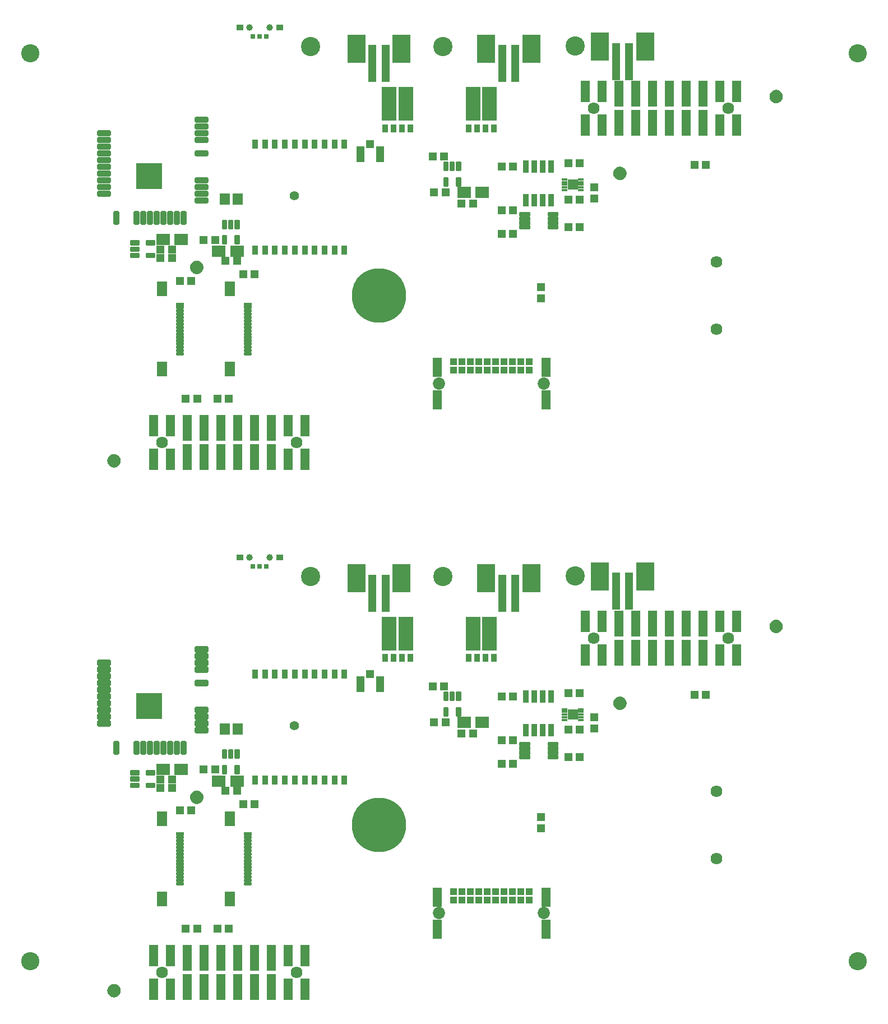
<source format=gbr>
G04 EAGLE Gerber RS-274X export*
G75*
%MOMM*%
%FSLAX34Y34*%
%LPD*%
%INSoldermask Top*%
%IPPOS*%
%AMOC8*
5,1,8,0,0,1.08239X$1,22.5*%
G01*
%ADD10C,2.903200*%
%ADD11C,2.743200*%
%ADD12R,1.473200X3.203200*%
%ADD13R,1.473200X3.883200*%
%ADD14C,1.783200*%
%ADD15C,0.550950*%
%ADD16R,3.903200X3.903200*%
%ADD17R,0.838200X1.473200*%
%ADD18C,1.403200*%
%ADD19C,0.446819*%
%ADD20R,2.153200X1.703200*%
%ADD21R,1.253200X1.283200*%
%ADD22R,0.923200X1.983200*%
%ADD23R,1.303200X1.203200*%
%ADD24C,0.403156*%
%ADD25R,1.203200X1.303200*%
%ADD26R,1.103200X0.903200*%
%ADD27R,0.803200X0.803200*%
%ADD28C,1.003200*%
%ADD29R,2.286000X5.054600*%
%ADD30R,0.965200X1.193800*%
%ADD31R,1.203200X5.703200*%
%ADD32R,2.803200X4.203200*%
%ADD33C,0.322047*%
%ADD34R,1.203200X0.503200*%
%ADD35R,1.503200X2.203200*%
%ADD36R,1.003200X1.003200*%
%ADD37R,1.403200X2.903200*%
%ADD38C,1.853200*%
%ADD39R,0.853200X0.403200*%
%ADD40R,1.503200X1.603200*%
%ADD41R,1.253200X2.403200*%
%ADD42R,1.253200X1.203200*%
%ADD43R,1.503200X1.703200*%
%ADD44C,0.500000*%
%ADD45C,1.203200*%
%ADD46C,8.203200*%


D10*
X448200Y760764D03*
X648160Y760764D03*
X848200Y761264D03*
X448200Y1560764D03*
X648160Y1560764D03*
X848200Y1561264D03*
D11*
X25000Y1550000D03*
X1275000Y1550000D03*
X1275000Y180000D03*
X25000Y180000D03*
D12*
X862900Y641600D03*
X888300Y641600D03*
D13*
X913700Y645000D03*
X939100Y645000D03*
X964500Y645000D03*
X989900Y645000D03*
X1015300Y645000D03*
X1040700Y645000D03*
D12*
X1066100Y641600D03*
X1091500Y641600D03*
X1091500Y692400D03*
X1066100Y692400D03*
D13*
X1040700Y689000D03*
X1015300Y689000D03*
X989900Y689000D03*
X964500Y689000D03*
X939100Y689000D03*
X913700Y689000D03*
D12*
X888300Y692400D03*
X862900Y692400D03*
D14*
X875600Y667000D03*
X1078800Y667000D03*
D12*
X440100Y188400D03*
X414700Y188400D03*
D13*
X389300Y185000D03*
X363900Y185000D03*
X338500Y185000D03*
X313100Y185000D03*
X287700Y185000D03*
X262300Y185000D03*
D12*
X236900Y188400D03*
X211500Y188400D03*
X211500Y137600D03*
X236900Y137600D03*
D13*
X262300Y141000D03*
X287700Y141000D03*
X313100Y141000D03*
X338500Y141000D03*
X363900Y141000D03*
X389300Y141000D03*
D12*
X414700Y137600D03*
X440100Y137600D03*
D14*
X427400Y163000D03*
X224200Y163000D03*
D15*
X275325Y527035D02*
X290847Y527035D01*
X275325Y527035D02*
X275325Y530557D01*
X290847Y530557D01*
X290847Y527035D01*
X143547Y537195D02*
X128025Y537195D01*
X128025Y540717D01*
X143547Y540717D01*
X143547Y537195D01*
X143547Y547355D02*
X128025Y547355D01*
X128025Y550877D01*
X143547Y550877D01*
X143547Y547355D01*
X143547Y557515D02*
X128025Y557515D01*
X128025Y561037D01*
X143547Y561037D01*
X143547Y557515D01*
X143547Y567675D02*
X128025Y567675D01*
X128025Y571197D01*
X143547Y571197D01*
X143547Y567675D01*
X143547Y577835D02*
X128025Y577835D01*
X128025Y581357D01*
X143547Y581357D01*
X143547Y577835D01*
X143547Y587995D02*
X128025Y587995D01*
X128025Y591517D01*
X143547Y591517D01*
X143547Y587995D01*
X143547Y598155D02*
X128025Y598155D01*
X128025Y601677D01*
X143547Y601677D01*
X143547Y598155D01*
X143547Y608315D02*
X128025Y608315D01*
X128025Y611837D01*
X143547Y611837D01*
X143547Y608315D01*
X143547Y618475D02*
X128025Y618475D01*
X128025Y621997D01*
X143547Y621997D01*
X143547Y618475D01*
X143547Y628635D02*
X128025Y628635D01*
X128025Y632157D01*
X143547Y632157D01*
X143547Y628635D01*
X275325Y537195D02*
X290847Y537195D01*
X275325Y537195D02*
X275325Y540717D01*
X290847Y540717D01*
X290847Y537195D01*
X290847Y547355D02*
X275325Y547355D01*
X275325Y550877D01*
X290847Y550877D01*
X290847Y547355D01*
X290847Y557515D02*
X275325Y557515D01*
X275325Y561037D01*
X290847Y561037D01*
X290847Y557515D01*
X290847Y598155D02*
X275325Y598155D01*
X275325Y601677D01*
X290847Y601677D01*
X290847Y598155D01*
X290847Y618475D02*
X275325Y618475D01*
X275325Y621997D01*
X290847Y621997D01*
X290847Y618475D01*
X290847Y628635D02*
X275325Y628635D01*
X275325Y632157D01*
X290847Y632157D01*
X290847Y628635D01*
X290847Y638795D02*
X275325Y638795D01*
X275325Y642317D01*
X290847Y642317D01*
X290847Y638795D01*
X290847Y648955D02*
X275325Y648955D01*
X275325Y652477D01*
X290847Y652477D01*
X290847Y648955D01*
X156547Y509857D02*
X156547Y494335D01*
X153025Y494335D01*
X153025Y509857D01*
X156547Y509857D01*
X156547Y499569D02*
X153025Y499569D01*
X153025Y504803D02*
X156547Y504803D01*
X187027Y509857D02*
X187027Y494335D01*
X183505Y494335D01*
X183505Y509857D01*
X187027Y509857D01*
X187027Y499569D02*
X183505Y499569D01*
X183505Y504803D02*
X187027Y504803D01*
X197187Y509857D02*
X197187Y494335D01*
X193665Y494335D01*
X193665Y509857D01*
X197187Y509857D01*
X197187Y499569D02*
X193665Y499569D01*
X193665Y504803D02*
X197187Y504803D01*
X207347Y509857D02*
X207347Y494335D01*
X203825Y494335D01*
X203825Y509857D01*
X207347Y509857D01*
X207347Y499569D02*
X203825Y499569D01*
X203825Y504803D02*
X207347Y504803D01*
X217507Y509857D02*
X217507Y494335D01*
X213985Y494335D01*
X213985Y509857D01*
X217507Y509857D01*
X217507Y499569D02*
X213985Y499569D01*
X213985Y504803D02*
X217507Y504803D01*
X227667Y509857D02*
X227667Y494335D01*
X224145Y494335D01*
X224145Y509857D01*
X227667Y509857D01*
X227667Y499569D02*
X224145Y499569D01*
X224145Y504803D02*
X227667Y504803D01*
X237827Y509857D02*
X237827Y494335D01*
X234305Y494335D01*
X234305Y509857D01*
X237827Y509857D01*
X237827Y499569D02*
X234305Y499569D01*
X234305Y504803D02*
X237827Y504803D01*
X247987Y509857D02*
X247987Y494335D01*
X244465Y494335D01*
X244465Y509857D01*
X247987Y509857D01*
X247987Y499569D02*
X244465Y499569D01*
X244465Y504803D02*
X247987Y504803D01*
X258147Y509857D02*
X258147Y494335D01*
X254625Y494335D01*
X254625Y509857D01*
X258147Y509857D01*
X258147Y499569D02*
X254625Y499569D01*
X254625Y504803D02*
X258147Y504803D01*
D16*
X204586Y564796D03*
D17*
X364512Y453260D03*
X379512Y453260D03*
X394512Y453260D03*
X409512Y453260D03*
X424512Y453260D03*
X439512Y453260D03*
X454512Y453260D03*
X469512Y453260D03*
X484512Y453260D03*
X499512Y453260D03*
X499512Y613260D03*
X484512Y613260D03*
X469512Y613260D03*
X454512Y613260D03*
X439512Y613260D03*
X424512Y613260D03*
X409512Y613260D03*
X394512Y613260D03*
X379512Y613260D03*
X364512Y613260D03*
D18*
X424012Y535260D03*
D19*
X335256Y497577D02*
X335256Y487395D01*
X335256Y497577D02*
X338912Y497577D01*
X338912Y487395D01*
X335256Y487395D01*
X335256Y491640D02*
X338912Y491640D01*
X338912Y495885D02*
X335256Y495885D01*
X325756Y497577D02*
X325756Y487395D01*
X325756Y497577D02*
X329412Y497577D01*
X329412Y487395D01*
X325756Y487395D01*
X325756Y491640D02*
X329412Y491640D01*
X329412Y495885D02*
X325756Y495885D01*
X316256Y497577D02*
X316256Y487395D01*
X316256Y497577D02*
X319912Y497577D01*
X319912Y487395D01*
X316256Y487395D01*
X316256Y491640D02*
X319912Y491640D01*
X319912Y495885D02*
X316256Y495885D01*
X316256Y474077D02*
X316256Y463895D01*
X316256Y474077D02*
X319912Y474077D01*
X319912Y463895D01*
X316256Y463895D01*
X316256Y468140D02*
X319912Y468140D01*
X319912Y472385D02*
X316256Y472385D01*
X335256Y474077D02*
X335256Y463895D01*
X335256Y474077D02*
X338912Y474077D01*
X338912Y463895D01*
X335256Y463895D01*
X335256Y468140D02*
X338912Y468140D01*
X338912Y472385D02*
X335256Y472385D01*
X187777Y462768D02*
X177595Y462768D01*
X177595Y466424D01*
X187777Y466424D01*
X187777Y462768D01*
X187777Y453268D02*
X177595Y453268D01*
X177595Y456924D01*
X187777Y456924D01*
X187777Y453268D01*
X187777Y443768D02*
X177595Y443768D01*
X177595Y447424D01*
X187777Y447424D01*
X187777Y443768D01*
X201095Y443768D02*
X211277Y443768D01*
X201095Y443768D02*
X201095Y447424D01*
X211277Y447424D01*
X211277Y443768D01*
X211277Y462768D02*
X201095Y462768D01*
X201095Y466424D01*
X211277Y466424D01*
X211277Y462768D01*
D20*
X225686Y469096D03*
X253186Y469096D03*
X337334Y451736D03*
X309834Y451736D03*
D21*
X221686Y441096D03*
X239186Y441096D03*
X304334Y468736D03*
X286834Y468736D03*
X221686Y454096D03*
X239186Y454096D03*
X337334Y436736D03*
X319834Y436736D03*
D22*
X773750Y528348D03*
X773750Y579212D03*
X786450Y528348D03*
X799150Y528348D03*
X786450Y579212D03*
X799150Y579212D03*
X811850Y528348D03*
X811850Y579212D03*
D23*
X737310Y477580D03*
X754310Y477580D03*
X737310Y513140D03*
X754310Y513140D03*
D24*
X765241Y506191D02*
X777359Y506191D01*
X765241Y506191D02*
X765241Y509109D01*
X777359Y509109D01*
X777359Y506191D01*
X777359Y499691D02*
X765241Y499691D01*
X765241Y502609D01*
X777359Y502609D01*
X777359Y499691D01*
X777359Y493191D02*
X765241Y493191D01*
X765241Y496109D01*
X777359Y496109D01*
X777359Y493191D01*
X777359Y486691D02*
X765241Y486691D01*
X765241Y489609D01*
X777359Y489609D01*
X777359Y486691D01*
X808241Y486691D02*
X820359Y486691D01*
X808241Y486691D02*
X808241Y489609D01*
X820359Y489609D01*
X820359Y486691D01*
X820359Y493191D02*
X808241Y493191D01*
X808241Y496109D01*
X820359Y496109D01*
X820359Y493191D01*
X820359Y499691D02*
X808241Y499691D01*
X808241Y502609D01*
X820359Y502609D01*
X820359Y499691D01*
X820359Y506191D02*
X808241Y506191D01*
X808241Y509109D01*
X820359Y509109D01*
X820359Y506191D01*
D23*
X837640Y487740D03*
X854640Y487740D03*
X754310Y579180D03*
X737310Y579180D03*
X837640Y584260D03*
X854640Y584260D03*
X854640Y529650D03*
X837640Y529650D03*
D25*
X876620Y548310D03*
X876620Y531310D03*
D19*
X669692Y574667D02*
X669692Y584849D01*
X673348Y584849D01*
X673348Y574667D01*
X669692Y574667D01*
X669692Y578912D02*
X673348Y578912D01*
X673348Y583157D02*
X669692Y583157D01*
X660192Y584849D02*
X660192Y574667D01*
X660192Y584849D02*
X663848Y584849D01*
X663848Y574667D01*
X660192Y574667D01*
X660192Y578912D02*
X663848Y578912D01*
X663848Y583157D02*
X660192Y583157D01*
X650692Y584849D02*
X650692Y574667D01*
X650692Y584849D02*
X654348Y584849D01*
X654348Y574667D01*
X650692Y574667D01*
X650692Y578912D02*
X654348Y578912D01*
X654348Y583157D02*
X650692Y583157D01*
X650692Y561349D02*
X650692Y551167D01*
X650692Y561349D02*
X654348Y561349D01*
X654348Y551167D01*
X650692Y551167D01*
X650692Y555412D02*
X654348Y555412D01*
X654348Y559657D02*
X650692Y559657D01*
X669692Y561349D02*
X669692Y551167D01*
X669692Y561349D02*
X673348Y561349D01*
X673348Y551167D01*
X669692Y551167D01*
X669692Y555412D02*
X673348Y555412D01*
X673348Y559657D02*
X669692Y559657D01*
D20*
X680094Y539984D03*
X707594Y539984D03*
D21*
X652346Y540364D03*
X634846Y540364D03*
X676078Y523636D03*
X693578Y523636D03*
D26*
X401436Y789176D03*
X341436Y789176D03*
D27*
X371436Y775626D03*
X381436Y775626D03*
X361436Y775626D03*
D28*
X386436Y789176D03*
X356436Y789176D03*
D23*
X632560Y594816D03*
X649560Y594816D03*
D29*
X567298Y673833D03*
X592190Y673833D03*
D30*
X573394Y637257D03*
X560694Y637257D03*
X586094Y637257D03*
X598794Y637257D03*
D29*
X693686Y673833D03*
X718578Y673833D03*
D30*
X699782Y637257D03*
X687082Y637257D03*
X712482Y637257D03*
X725182Y637257D03*
D31*
X757760Y735000D03*
X737760Y735000D03*
D32*
X781760Y757500D03*
X713760Y757500D03*
D31*
X561500Y735000D03*
X541500Y735000D03*
D32*
X585500Y757500D03*
X517500Y757500D03*
D33*
X246910Y337358D02*
X246910Y335546D01*
X246910Y337358D02*
X255722Y337358D01*
X255722Y335546D01*
X246910Y335546D01*
X246910Y332358D02*
X246910Y330546D01*
X246910Y332358D02*
X255722Y332358D01*
X255722Y330546D01*
X246910Y330546D01*
X246910Y340546D02*
X246910Y342358D01*
X255722Y342358D01*
X255722Y340546D01*
X246910Y340546D01*
X246910Y345546D02*
X246910Y347358D01*
X255722Y347358D01*
X255722Y345546D01*
X246910Y345546D01*
X246910Y350546D02*
X246910Y352358D01*
X255722Y352358D01*
X255722Y350546D01*
X246910Y350546D01*
X246910Y355546D02*
X246910Y357358D01*
X255722Y357358D01*
X255722Y355546D01*
X246910Y355546D01*
X246910Y360546D02*
X246910Y362358D01*
X255722Y362358D01*
X255722Y360546D01*
X246910Y360546D01*
X246910Y365546D02*
X246910Y367358D01*
X255722Y367358D01*
X255722Y365546D01*
X246910Y365546D01*
D34*
X251316Y371452D03*
D33*
X246910Y327358D02*
X246910Y325546D01*
X246910Y327358D02*
X255722Y327358D01*
X255722Y325546D01*
X246910Y325546D01*
X246910Y322358D02*
X246910Y320546D01*
X246910Y322358D02*
X255722Y322358D01*
X255722Y320546D01*
X246910Y320546D01*
X246910Y317358D02*
X246910Y315546D01*
X246910Y317358D02*
X255722Y317358D01*
X255722Y315546D01*
X246910Y315546D01*
X246910Y312358D02*
X246910Y310546D01*
X246910Y312358D02*
X255722Y312358D01*
X255722Y310546D01*
X246910Y310546D01*
X246910Y307358D02*
X246910Y305546D01*
X246910Y307358D02*
X255722Y307358D01*
X255722Y305546D01*
X246910Y305546D01*
X246910Y302358D02*
X246910Y300546D01*
X246910Y302358D02*
X255722Y302358D01*
X255722Y300546D01*
X246910Y300546D01*
X246910Y297358D02*
X246910Y295546D01*
X246910Y297358D02*
X255722Y297358D01*
X255722Y295546D01*
X246910Y295546D01*
D35*
X224316Y273452D03*
X224316Y394452D03*
D33*
X349018Y337358D02*
X349018Y335546D01*
X349018Y337358D02*
X357830Y337358D01*
X357830Y335546D01*
X349018Y335546D01*
X349018Y332358D02*
X349018Y330546D01*
X349018Y332358D02*
X357830Y332358D01*
X357830Y330546D01*
X349018Y330546D01*
X349018Y340546D02*
X349018Y342358D01*
X357830Y342358D01*
X357830Y340546D01*
X349018Y340546D01*
X349018Y345546D02*
X349018Y347358D01*
X357830Y347358D01*
X357830Y345546D01*
X349018Y345546D01*
X349018Y350546D02*
X349018Y352358D01*
X357830Y352358D01*
X357830Y350546D01*
X349018Y350546D01*
X349018Y355546D02*
X349018Y357358D01*
X357830Y357358D01*
X357830Y355546D01*
X349018Y355546D01*
X349018Y360546D02*
X349018Y362358D01*
X357830Y362358D01*
X357830Y360546D01*
X349018Y360546D01*
X349018Y365546D02*
X349018Y367358D01*
X357830Y367358D01*
X357830Y365546D01*
X349018Y365546D01*
D34*
X353424Y371452D03*
D33*
X349018Y327358D02*
X349018Y325546D01*
X349018Y327358D02*
X357830Y327358D01*
X357830Y325546D01*
X349018Y325546D01*
X349018Y322358D02*
X349018Y320546D01*
X349018Y322358D02*
X357830Y322358D01*
X357830Y320546D01*
X349018Y320546D01*
X349018Y317358D02*
X349018Y315546D01*
X349018Y317358D02*
X357830Y317358D01*
X357830Y315546D01*
X349018Y315546D01*
X349018Y312358D02*
X349018Y310546D01*
X349018Y312358D02*
X357830Y312358D01*
X357830Y310546D01*
X349018Y310546D01*
X349018Y307358D02*
X349018Y305546D01*
X349018Y307358D02*
X357830Y307358D01*
X357830Y305546D01*
X349018Y305546D01*
X349018Y302358D02*
X349018Y300546D01*
X349018Y302358D02*
X357830Y302358D01*
X357830Y300546D01*
X349018Y300546D01*
X349018Y297358D02*
X349018Y295546D01*
X349018Y297358D02*
X357830Y297358D01*
X357830Y295546D01*
X349018Y295546D01*
D35*
X326424Y273452D03*
X326424Y394452D03*
D36*
X664350Y284700D03*
X677050Y284700D03*
X689750Y284700D03*
X702450Y284700D03*
X715150Y284700D03*
X727850Y284700D03*
X740550Y284700D03*
X753250Y284700D03*
X765950Y284700D03*
X778650Y284700D03*
X778650Y272000D03*
X765950Y272000D03*
X753250Y272000D03*
X740550Y272000D03*
X727850Y272000D03*
X715150Y272000D03*
X702450Y272000D03*
X689750Y272000D03*
X677050Y272000D03*
X664350Y272000D03*
D37*
X639400Y227500D03*
X803600Y227500D03*
X803600Y276500D03*
X639400Y276500D03*
D38*
X642250Y252000D03*
X800750Y252000D03*
D39*
X832250Y560000D03*
X832250Y556000D03*
X832250Y552000D03*
X832250Y548000D03*
X832250Y544000D03*
X856750Y544000D03*
X856750Y548000D03*
X856750Y552000D03*
X856750Y556000D03*
X856750Y560000D03*
D40*
X844500Y552000D03*
D41*
X553250Y598000D03*
X523750Y598000D03*
D42*
X538500Y613250D03*
D43*
X319000Y530000D03*
X338000Y530000D03*
D23*
X268000Y407000D03*
X251000Y407000D03*
X364000Y417000D03*
X347000Y417000D03*
X1028000Y582000D03*
X1045000Y582000D03*
X308000Y229000D03*
X325000Y229000D03*
X277000Y229000D03*
X260000Y229000D03*
D14*
X1061090Y435800D03*
X1061090Y334200D03*
D44*
X151500Y142500D02*
X151319Y142498D01*
X151138Y142491D01*
X150957Y142480D01*
X150776Y142465D01*
X150596Y142445D01*
X150416Y142421D01*
X150237Y142393D01*
X150059Y142360D01*
X149882Y142323D01*
X149705Y142282D01*
X149530Y142237D01*
X149355Y142187D01*
X149182Y142133D01*
X149011Y142075D01*
X148840Y142013D01*
X148672Y141946D01*
X148505Y141876D01*
X148339Y141802D01*
X148176Y141723D01*
X148015Y141641D01*
X147855Y141555D01*
X147698Y141465D01*
X147543Y141371D01*
X147390Y141274D01*
X147240Y141172D01*
X147092Y141068D01*
X146946Y140959D01*
X146804Y140848D01*
X146664Y140732D01*
X146527Y140614D01*
X146392Y140492D01*
X146261Y140367D01*
X146133Y140239D01*
X146008Y140108D01*
X145886Y139973D01*
X145768Y139836D01*
X145652Y139696D01*
X145541Y139554D01*
X145432Y139408D01*
X145328Y139260D01*
X145226Y139110D01*
X145129Y138957D01*
X145035Y138802D01*
X144945Y138645D01*
X144859Y138485D01*
X144777Y138324D01*
X144698Y138161D01*
X144624Y137995D01*
X144554Y137828D01*
X144487Y137660D01*
X144425Y137489D01*
X144367Y137318D01*
X144313Y137145D01*
X144263Y136970D01*
X144218Y136795D01*
X144177Y136618D01*
X144140Y136441D01*
X144107Y136263D01*
X144079Y136084D01*
X144055Y135904D01*
X144035Y135724D01*
X144020Y135543D01*
X144009Y135362D01*
X144002Y135181D01*
X144000Y135000D01*
X151500Y142500D02*
X151681Y142498D01*
X151862Y142491D01*
X152043Y142480D01*
X152224Y142465D01*
X152404Y142445D01*
X152584Y142421D01*
X152763Y142393D01*
X152941Y142360D01*
X153118Y142323D01*
X153295Y142282D01*
X153470Y142237D01*
X153645Y142187D01*
X153818Y142133D01*
X153989Y142075D01*
X154160Y142013D01*
X154328Y141946D01*
X154495Y141876D01*
X154661Y141802D01*
X154824Y141723D01*
X154985Y141641D01*
X155145Y141555D01*
X155302Y141465D01*
X155457Y141371D01*
X155610Y141274D01*
X155760Y141172D01*
X155908Y141068D01*
X156054Y140959D01*
X156196Y140848D01*
X156336Y140732D01*
X156473Y140614D01*
X156608Y140492D01*
X156739Y140367D01*
X156867Y140239D01*
X156992Y140108D01*
X157114Y139973D01*
X157232Y139836D01*
X157348Y139696D01*
X157459Y139554D01*
X157568Y139408D01*
X157672Y139260D01*
X157774Y139110D01*
X157871Y138957D01*
X157965Y138802D01*
X158055Y138645D01*
X158141Y138485D01*
X158223Y138324D01*
X158302Y138161D01*
X158376Y137995D01*
X158446Y137828D01*
X158513Y137660D01*
X158575Y137489D01*
X158633Y137318D01*
X158687Y137145D01*
X158737Y136970D01*
X158782Y136795D01*
X158823Y136618D01*
X158860Y136441D01*
X158893Y136263D01*
X158921Y136084D01*
X158945Y135904D01*
X158965Y135724D01*
X158980Y135543D01*
X158991Y135362D01*
X158998Y135181D01*
X159000Y135000D01*
X158998Y134819D01*
X158991Y134638D01*
X158980Y134457D01*
X158965Y134276D01*
X158945Y134096D01*
X158921Y133916D01*
X158893Y133737D01*
X158860Y133559D01*
X158823Y133382D01*
X158782Y133205D01*
X158737Y133030D01*
X158687Y132855D01*
X158633Y132682D01*
X158575Y132511D01*
X158513Y132340D01*
X158446Y132172D01*
X158376Y132005D01*
X158302Y131839D01*
X158223Y131676D01*
X158141Y131515D01*
X158055Y131355D01*
X157965Y131198D01*
X157871Y131043D01*
X157774Y130890D01*
X157672Y130740D01*
X157568Y130592D01*
X157459Y130446D01*
X157348Y130304D01*
X157232Y130164D01*
X157114Y130027D01*
X156992Y129892D01*
X156867Y129761D01*
X156739Y129633D01*
X156608Y129508D01*
X156473Y129386D01*
X156336Y129268D01*
X156196Y129152D01*
X156054Y129041D01*
X155908Y128932D01*
X155760Y128828D01*
X155610Y128726D01*
X155457Y128629D01*
X155302Y128535D01*
X155145Y128445D01*
X154985Y128359D01*
X154824Y128277D01*
X154661Y128198D01*
X154495Y128124D01*
X154328Y128054D01*
X154160Y127987D01*
X153989Y127925D01*
X153818Y127867D01*
X153645Y127813D01*
X153470Y127763D01*
X153295Y127718D01*
X153118Y127677D01*
X152941Y127640D01*
X152763Y127607D01*
X152584Y127579D01*
X152404Y127555D01*
X152224Y127535D01*
X152043Y127520D01*
X151862Y127509D01*
X151681Y127502D01*
X151500Y127500D01*
X151319Y127502D01*
X151138Y127509D01*
X150957Y127520D01*
X150776Y127535D01*
X150596Y127555D01*
X150416Y127579D01*
X150237Y127607D01*
X150059Y127640D01*
X149882Y127677D01*
X149705Y127718D01*
X149530Y127763D01*
X149355Y127813D01*
X149182Y127867D01*
X149011Y127925D01*
X148840Y127987D01*
X148672Y128054D01*
X148505Y128124D01*
X148339Y128198D01*
X148176Y128277D01*
X148015Y128359D01*
X147855Y128445D01*
X147698Y128535D01*
X147543Y128629D01*
X147390Y128726D01*
X147240Y128828D01*
X147092Y128932D01*
X146946Y129041D01*
X146804Y129152D01*
X146664Y129268D01*
X146527Y129386D01*
X146392Y129508D01*
X146261Y129633D01*
X146133Y129761D01*
X146008Y129892D01*
X145886Y130027D01*
X145768Y130164D01*
X145652Y130304D01*
X145541Y130446D01*
X145432Y130592D01*
X145328Y130740D01*
X145226Y130890D01*
X145129Y131043D01*
X145035Y131198D01*
X144945Y131355D01*
X144859Y131515D01*
X144777Y131676D01*
X144698Y131839D01*
X144624Y132005D01*
X144554Y132172D01*
X144487Y132340D01*
X144425Y132511D01*
X144367Y132682D01*
X144313Y132855D01*
X144263Y133030D01*
X144218Y133205D01*
X144177Y133382D01*
X144140Y133559D01*
X144107Y133737D01*
X144079Y133916D01*
X144055Y134096D01*
X144035Y134276D01*
X144020Y134457D01*
X144009Y134638D01*
X144002Y134819D01*
X144000Y135000D01*
D45*
X151500Y135000D03*
D44*
X1144000Y685000D02*
X1144002Y685181D01*
X1144009Y685362D01*
X1144020Y685543D01*
X1144035Y685724D01*
X1144055Y685904D01*
X1144079Y686084D01*
X1144107Y686263D01*
X1144140Y686441D01*
X1144177Y686618D01*
X1144218Y686795D01*
X1144263Y686970D01*
X1144313Y687145D01*
X1144367Y687318D01*
X1144425Y687489D01*
X1144487Y687660D01*
X1144554Y687828D01*
X1144624Y687995D01*
X1144698Y688161D01*
X1144777Y688324D01*
X1144859Y688485D01*
X1144945Y688645D01*
X1145035Y688802D01*
X1145129Y688957D01*
X1145226Y689110D01*
X1145328Y689260D01*
X1145432Y689408D01*
X1145541Y689554D01*
X1145652Y689696D01*
X1145768Y689836D01*
X1145886Y689973D01*
X1146008Y690108D01*
X1146133Y690239D01*
X1146261Y690367D01*
X1146392Y690492D01*
X1146527Y690614D01*
X1146664Y690732D01*
X1146804Y690848D01*
X1146946Y690959D01*
X1147092Y691068D01*
X1147240Y691172D01*
X1147390Y691274D01*
X1147543Y691371D01*
X1147698Y691465D01*
X1147855Y691555D01*
X1148015Y691641D01*
X1148176Y691723D01*
X1148339Y691802D01*
X1148505Y691876D01*
X1148672Y691946D01*
X1148840Y692013D01*
X1149011Y692075D01*
X1149182Y692133D01*
X1149355Y692187D01*
X1149530Y692237D01*
X1149705Y692282D01*
X1149882Y692323D01*
X1150059Y692360D01*
X1150237Y692393D01*
X1150416Y692421D01*
X1150596Y692445D01*
X1150776Y692465D01*
X1150957Y692480D01*
X1151138Y692491D01*
X1151319Y692498D01*
X1151500Y692500D01*
X1151681Y692498D01*
X1151862Y692491D01*
X1152043Y692480D01*
X1152224Y692465D01*
X1152404Y692445D01*
X1152584Y692421D01*
X1152763Y692393D01*
X1152941Y692360D01*
X1153118Y692323D01*
X1153295Y692282D01*
X1153470Y692237D01*
X1153645Y692187D01*
X1153818Y692133D01*
X1153989Y692075D01*
X1154160Y692013D01*
X1154328Y691946D01*
X1154495Y691876D01*
X1154661Y691802D01*
X1154824Y691723D01*
X1154985Y691641D01*
X1155145Y691555D01*
X1155302Y691465D01*
X1155457Y691371D01*
X1155610Y691274D01*
X1155760Y691172D01*
X1155908Y691068D01*
X1156054Y690959D01*
X1156196Y690848D01*
X1156336Y690732D01*
X1156473Y690614D01*
X1156608Y690492D01*
X1156739Y690367D01*
X1156867Y690239D01*
X1156992Y690108D01*
X1157114Y689973D01*
X1157232Y689836D01*
X1157348Y689696D01*
X1157459Y689554D01*
X1157568Y689408D01*
X1157672Y689260D01*
X1157774Y689110D01*
X1157871Y688957D01*
X1157965Y688802D01*
X1158055Y688645D01*
X1158141Y688485D01*
X1158223Y688324D01*
X1158302Y688161D01*
X1158376Y687995D01*
X1158446Y687828D01*
X1158513Y687660D01*
X1158575Y687489D01*
X1158633Y687318D01*
X1158687Y687145D01*
X1158737Y686970D01*
X1158782Y686795D01*
X1158823Y686618D01*
X1158860Y686441D01*
X1158893Y686263D01*
X1158921Y686084D01*
X1158945Y685904D01*
X1158965Y685724D01*
X1158980Y685543D01*
X1158991Y685362D01*
X1158998Y685181D01*
X1159000Y685000D01*
X1158998Y684819D01*
X1158991Y684638D01*
X1158980Y684457D01*
X1158965Y684276D01*
X1158945Y684096D01*
X1158921Y683916D01*
X1158893Y683737D01*
X1158860Y683559D01*
X1158823Y683382D01*
X1158782Y683205D01*
X1158737Y683030D01*
X1158687Y682855D01*
X1158633Y682682D01*
X1158575Y682511D01*
X1158513Y682340D01*
X1158446Y682172D01*
X1158376Y682005D01*
X1158302Y681839D01*
X1158223Y681676D01*
X1158141Y681515D01*
X1158055Y681355D01*
X1157965Y681198D01*
X1157871Y681043D01*
X1157774Y680890D01*
X1157672Y680740D01*
X1157568Y680592D01*
X1157459Y680446D01*
X1157348Y680304D01*
X1157232Y680164D01*
X1157114Y680027D01*
X1156992Y679892D01*
X1156867Y679761D01*
X1156739Y679633D01*
X1156608Y679508D01*
X1156473Y679386D01*
X1156336Y679268D01*
X1156196Y679152D01*
X1156054Y679041D01*
X1155908Y678932D01*
X1155760Y678828D01*
X1155610Y678726D01*
X1155457Y678629D01*
X1155302Y678535D01*
X1155145Y678445D01*
X1154985Y678359D01*
X1154824Y678277D01*
X1154661Y678198D01*
X1154495Y678124D01*
X1154328Y678054D01*
X1154160Y677987D01*
X1153989Y677925D01*
X1153818Y677867D01*
X1153645Y677813D01*
X1153470Y677763D01*
X1153295Y677718D01*
X1153118Y677677D01*
X1152941Y677640D01*
X1152763Y677607D01*
X1152584Y677579D01*
X1152404Y677555D01*
X1152224Y677535D01*
X1152043Y677520D01*
X1151862Y677509D01*
X1151681Y677502D01*
X1151500Y677500D01*
X1151319Y677502D01*
X1151138Y677509D01*
X1150957Y677520D01*
X1150776Y677535D01*
X1150596Y677555D01*
X1150416Y677579D01*
X1150237Y677607D01*
X1150059Y677640D01*
X1149882Y677677D01*
X1149705Y677718D01*
X1149530Y677763D01*
X1149355Y677813D01*
X1149182Y677867D01*
X1149011Y677925D01*
X1148840Y677987D01*
X1148672Y678054D01*
X1148505Y678124D01*
X1148339Y678198D01*
X1148176Y678277D01*
X1148015Y678359D01*
X1147855Y678445D01*
X1147698Y678535D01*
X1147543Y678629D01*
X1147390Y678726D01*
X1147240Y678828D01*
X1147092Y678932D01*
X1146946Y679041D01*
X1146804Y679152D01*
X1146664Y679268D01*
X1146527Y679386D01*
X1146392Y679508D01*
X1146261Y679633D01*
X1146133Y679761D01*
X1146008Y679892D01*
X1145886Y680027D01*
X1145768Y680164D01*
X1145652Y680304D01*
X1145541Y680446D01*
X1145432Y680592D01*
X1145328Y680740D01*
X1145226Y680890D01*
X1145129Y681043D01*
X1145035Y681198D01*
X1144945Y681355D01*
X1144859Y681515D01*
X1144777Y681676D01*
X1144698Y681839D01*
X1144624Y682005D01*
X1144554Y682172D01*
X1144487Y682340D01*
X1144425Y682511D01*
X1144367Y682682D01*
X1144313Y682855D01*
X1144263Y683030D01*
X1144218Y683205D01*
X1144177Y683382D01*
X1144140Y683559D01*
X1144107Y683737D01*
X1144079Y683916D01*
X1144055Y684096D01*
X1144035Y684276D01*
X1144020Y684457D01*
X1144009Y684638D01*
X1144002Y684819D01*
X1144000Y685000D01*
D45*
X1151500Y685000D03*
D44*
X915500Y576500D02*
X915319Y576498D01*
X915138Y576491D01*
X914957Y576480D01*
X914776Y576465D01*
X914596Y576445D01*
X914416Y576421D01*
X914237Y576393D01*
X914059Y576360D01*
X913882Y576323D01*
X913705Y576282D01*
X913530Y576237D01*
X913355Y576187D01*
X913182Y576133D01*
X913011Y576075D01*
X912840Y576013D01*
X912672Y575946D01*
X912505Y575876D01*
X912339Y575802D01*
X912176Y575723D01*
X912015Y575641D01*
X911855Y575555D01*
X911698Y575465D01*
X911543Y575371D01*
X911390Y575274D01*
X911240Y575172D01*
X911092Y575068D01*
X910946Y574959D01*
X910804Y574848D01*
X910664Y574732D01*
X910527Y574614D01*
X910392Y574492D01*
X910261Y574367D01*
X910133Y574239D01*
X910008Y574108D01*
X909886Y573973D01*
X909768Y573836D01*
X909652Y573696D01*
X909541Y573554D01*
X909432Y573408D01*
X909328Y573260D01*
X909226Y573110D01*
X909129Y572957D01*
X909035Y572802D01*
X908945Y572645D01*
X908859Y572485D01*
X908777Y572324D01*
X908698Y572161D01*
X908624Y571995D01*
X908554Y571828D01*
X908487Y571660D01*
X908425Y571489D01*
X908367Y571318D01*
X908313Y571145D01*
X908263Y570970D01*
X908218Y570795D01*
X908177Y570618D01*
X908140Y570441D01*
X908107Y570263D01*
X908079Y570084D01*
X908055Y569904D01*
X908035Y569724D01*
X908020Y569543D01*
X908009Y569362D01*
X908002Y569181D01*
X908000Y569000D01*
X915500Y576500D02*
X915681Y576498D01*
X915862Y576491D01*
X916043Y576480D01*
X916224Y576465D01*
X916404Y576445D01*
X916584Y576421D01*
X916763Y576393D01*
X916941Y576360D01*
X917118Y576323D01*
X917295Y576282D01*
X917470Y576237D01*
X917645Y576187D01*
X917818Y576133D01*
X917989Y576075D01*
X918160Y576013D01*
X918328Y575946D01*
X918495Y575876D01*
X918661Y575802D01*
X918824Y575723D01*
X918985Y575641D01*
X919145Y575555D01*
X919302Y575465D01*
X919457Y575371D01*
X919610Y575274D01*
X919760Y575172D01*
X919908Y575068D01*
X920054Y574959D01*
X920196Y574848D01*
X920336Y574732D01*
X920473Y574614D01*
X920608Y574492D01*
X920739Y574367D01*
X920867Y574239D01*
X920992Y574108D01*
X921114Y573973D01*
X921232Y573836D01*
X921348Y573696D01*
X921459Y573554D01*
X921568Y573408D01*
X921672Y573260D01*
X921774Y573110D01*
X921871Y572957D01*
X921965Y572802D01*
X922055Y572645D01*
X922141Y572485D01*
X922223Y572324D01*
X922302Y572161D01*
X922376Y571995D01*
X922446Y571828D01*
X922513Y571660D01*
X922575Y571489D01*
X922633Y571318D01*
X922687Y571145D01*
X922737Y570970D01*
X922782Y570795D01*
X922823Y570618D01*
X922860Y570441D01*
X922893Y570263D01*
X922921Y570084D01*
X922945Y569904D01*
X922965Y569724D01*
X922980Y569543D01*
X922991Y569362D01*
X922998Y569181D01*
X923000Y569000D01*
X922998Y568819D01*
X922991Y568638D01*
X922980Y568457D01*
X922965Y568276D01*
X922945Y568096D01*
X922921Y567916D01*
X922893Y567737D01*
X922860Y567559D01*
X922823Y567382D01*
X922782Y567205D01*
X922737Y567030D01*
X922687Y566855D01*
X922633Y566682D01*
X922575Y566511D01*
X922513Y566340D01*
X922446Y566172D01*
X922376Y566005D01*
X922302Y565839D01*
X922223Y565676D01*
X922141Y565515D01*
X922055Y565355D01*
X921965Y565198D01*
X921871Y565043D01*
X921774Y564890D01*
X921672Y564740D01*
X921568Y564592D01*
X921459Y564446D01*
X921348Y564304D01*
X921232Y564164D01*
X921114Y564027D01*
X920992Y563892D01*
X920867Y563761D01*
X920739Y563633D01*
X920608Y563508D01*
X920473Y563386D01*
X920336Y563268D01*
X920196Y563152D01*
X920054Y563041D01*
X919908Y562932D01*
X919760Y562828D01*
X919610Y562726D01*
X919457Y562629D01*
X919302Y562535D01*
X919145Y562445D01*
X918985Y562359D01*
X918824Y562277D01*
X918661Y562198D01*
X918495Y562124D01*
X918328Y562054D01*
X918160Y561987D01*
X917989Y561925D01*
X917818Y561867D01*
X917645Y561813D01*
X917470Y561763D01*
X917295Y561718D01*
X917118Y561677D01*
X916941Y561640D01*
X916763Y561607D01*
X916584Y561579D01*
X916404Y561555D01*
X916224Y561535D01*
X916043Y561520D01*
X915862Y561509D01*
X915681Y561502D01*
X915500Y561500D01*
X915319Y561502D01*
X915138Y561509D01*
X914957Y561520D01*
X914776Y561535D01*
X914596Y561555D01*
X914416Y561579D01*
X914237Y561607D01*
X914059Y561640D01*
X913882Y561677D01*
X913705Y561718D01*
X913530Y561763D01*
X913355Y561813D01*
X913182Y561867D01*
X913011Y561925D01*
X912840Y561987D01*
X912672Y562054D01*
X912505Y562124D01*
X912339Y562198D01*
X912176Y562277D01*
X912015Y562359D01*
X911855Y562445D01*
X911698Y562535D01*
X911543Y562629D01*
X911390Y562726D01*
X911240Y562828D01*
X911092Y562932D01*
X910946Y563041D01*
X910804Y563152D01*
X910664Y563268D01*
X910527Y563386D01*
X910392Y563508D01*
X910261Y563633D01*
X910133Y563761D01*
X910008Y563892D01*
X909886Y564027D01*
X909768Y564164D01*
X909652Y564304D01*
X909541Y564446D01*
X909432Y564592D01*
X909328Y564740D01*
X909226Y564890D01*
X909129Y565043D01*
X909035Y565198D01*
X908945Y565355D01*
X908859Y565515D01*
X908777Y565676D01*
X908698Y565839D01*
X908624Y566005D01*
X908554Y566172D01*
X908487Y566340D01*
X908425Y566511D01*
X908367Y566682D01*
X908313Y566855D01*
X908263Y567030D01*
X908218Y567205D01*
X908177Y567382D01*
X908140Y567559D01*
X908107Y567737D01*
X908079Y567916D01*
X908055Y568096D01*
X908035Y568276D01*
X908020Y568457D01*
X908009Y568638D01*
X908002Y568819D01*
X908000Y569000D01*
D45*
X915500Y569000D03*
D44*
X276500Y434500D02*
X276319Y434498D01*
X276138Y434491D01*
X275957Y434480D01*
X275776Y434465D01*
X275596Y434445D01*
X275416Y434421D01*
X275237Y434393D01*
X275059Y434360D01*
X274882Y434323D01*
X274705Y434282D01*
X274530Y434237D01*
X274355Y434187D01*
X274182Y434133D01*
X274011Y434075D01*
X273840Y434013D01*
X273672Y433946D01*
X273505Y433876D01*
X273339Y433802D01*
X273176Y433723D01*
X273015Y433641D01*
X272855Y433555D01*
X272698Y433465D01*
X272543Y433371D01*
X272390Y433274D01*
X272240Y433172D01*
X272092Y433068D01*
X271946Y432959D01*
X271804Y432848D01*
X271664Y432732D01*
X271527Y432614D01*
X271392Y432492D01*
X271261Y432367D01*
X271133Y432239D01*
X271008Y432108D01*
X270886Y431973D01*
X270768Y431836D01*
X270652Y431696D01*
X270541Y431554D01*
X270432Y431408D01*
X270328Y431260D01*
X270226Y431110D01*
X270129Y430957D01*
X270035Y430802D01*
X269945Y430645D01*
X269859Y430485D01*
X269777Y430324D01*
X269698Y430161D01*
X269624Y429995D01*
X269554Y429828D01*
X269487Y429660D01*
X269425Y429489D01*
X269367Y429318D01*
X269313Y429145D01*
X269263Y428970D01*
X269218Y428795D01*
X269177Y428618D01*
X269140Y428441D01*
X269107Y428263D01*
X269079Y428084D01*
X269055Y427904D01*
X269035Y427724D01*
X269020Y427543D01*
X269009Y427362D01*
X269002Y427181D01*
X269000Y427000D01*
X276500Y434500D02*
X276681Y434498D01*
X276862Y434491D01*
X277043Y434480D01*
X277224Y434465D01*
X277404Y434445D01*
X277584Y434421D01*
X277763Y434393D01*
X277941Y434360D01*
X278118Y434323D01*
X278295Y434282D01*
X278470Y434237D01*
X278645Y434187D01*
X278818Y434133D01*
X278989Y434075D01*
X279160Y434013D01*
X279328Y433946D01*
X279495Y433876D01*
X279661Y433802D01*
X279824Y433723D01*
X279985Y433641D01*
X280145Y433555D01*
X280302Y433465D01*
X280457Y433371D01*
X280610Y433274D01*
X280760Y433172D01*
X280908Y433068D01*
X281054Y432959D01*
X281196Y432848D01*
X281336Y432732D01*
X281473Y432614D01*
X281608Y432492D01*
X281739Y432367D01*
X281867Y432239D01*
X281992Y432108D01*
X282114Y431973D01*
X282232Y431836D01*
X282348Y431696D01*
X282459Y431554D01*
X282568Y431408D01*
X282672Y431260D01*
X282774Y431110D01*
X282871Y430957D01*
X282965Y430802D01*
X283055Y430645D01*
X283141Y430485D01*
X283223Y430324D01*
X283302Y430161D01*
X283376Y429995D01*
X283446Y429828D01*
X283513Y429660D01*
X283575Y429489D01*
X283633Y429318D01*
X283687Y429145D01*
X283737Y428970D01*
X283782Y428795D01*
X283823Y428618D01*
X283860Y428441D01*
X283893Y428263D01*
X283921Y428084D01*
X283945Y427904D01*
X283965Y427724D01*
X283980Y427543D01*
X283991Y427362D01*
X283998Y427181D01*
X284000Y427000D01*
X283998Y426819D01*
X283991Y426638D01*
X283980Y426457D01*
X283965Y426276D01*
X283945Y426096D01*
X283921Y425916D01*
X283893Y425737D01*
X283860Y425559D01*
X283823Y425382D01*
X283782Y425205D01*
X283737Y425030D01*
X283687Y424855D01*
X283633Y424682D01*
X283575Y424511D01*
X283513Y424340D01*
X283446Y424172D01*
X283376Y424005D01*
X283302Y423839D01*
X283223Y423676D01*
X283141Y423515D01*
X283055Y423355D01*
X282965Y423198D01*
X282871Y423043D01*
X282774Y422890D01*
X282672Y422740D01*
X282568Y422592D01*
X282459Y422446D01*
X282348Y422304D01*
X282232Y422164D01*
X282114Y422027D01*
X281992Y421892D01*
X281867Y421761D01*
X281739Y421633D01*
X281608Y421508D01*
X281473Y421386D01*
X281336Y421268D01*
X281196Y421152D01*
X281054Y421041D01*
X280908Y420932D01*
X280760Y420828D01*
X280610Y420726D01*
X280457Y420629D01*
X280302Y420535D01*
X280145Y420445D01*
X279985Y420359D01*
X279824Y420277D01*
X279661Y420198D01*
X279495Y420124D01*
X279328Y420054D01*
X279160Y419987D01*
X278989Y419925D01*
X278818Y419867D01*
X278645Y419813D01*
X278470Y419763D01*
X278295Y419718D01*
X278118Y419677D01*
X277941Y419640D01*
X277763Y419607D01*
X277584Y419579D01*
X277404Y419555D01*
X277224Y419535D01*
X277043Y419520D01*
X276862Y419509D01*
X276681Y419502D01*
X276500Y419500D01*
X276319Y419502D01*
X276138Y419509D01*
X275957Y419520D01*
X275776Y419535D01*
X275596Y419555D01*
X275416Y419579D01*
X275237Y419607D01*
X275059Y419640D01*
X274882Y419677D01*
X274705Y419718D01*
X274530Y419763D01*
X274355Y419813D01*
X274182Y419867D01*
X274011Y419925D01*
X273840Y419987D01*
X273672Y420054D01*
X273505Y420124D01*
X273339Y420198D01*
X273176Y420277D01*
X273015Y420359D01*
X272855Y420445D01*
X272698Y420535D01*
X272543Y420629D01*
X272390Y420726D01*
X272240Y420828D01*
X272092Y420932D01*
X271946Y421041D01*
X271804Y421152D01*
X271664Y421268D01*
X271527Y421386D01*
X271392Y421508D01*
X271261Y421633D01*
X271133Y421761D01*
X271008Y421892D01*
X270886Y422027D01*
X270768Y422164D01*
X270652Y422304D01*
X270541Y422446D01*
X270432Y422592D01*
X270328Y422740D01*
X270226Y422890D01*
X270129Y423043D01*
X270035Y423198D01*
X269945Y423355D01*
X269859Y423515D01*
X269777Y423676D01*
X269698Y423839D01*
X269624Y424005D01*
X269554Y424172D01*
X269487Y424340D01*
X269425Y424511D01*
X269367Y424682D01*
X269313Y424855D01*
X269263Y425030D01*
X269218Y425205D01*
X269177Y425382D01*
X269140Y425559D01*
X269107Y425737D01*
X269079Y425916D01*
X269055Y426096D01*
X269035Y426276D01*
X269020Y426457D01*
X269009Y426638D01*
X269002Y426819D01*
X269000Y427000D01*
D45*
X276500Y427000D03*
D31*
X929500Y738000D03*
X909500Y738000D03*
D32*
X953500Y760500D03*
X885500Y760500D03*
D25*
X796500Y380500D03*
X796500Y397500D03*
D12*
X862900Y1441600D03*
X888300Y1441600D03*
D13*
X913700Y1445000D03*
X939100Y1445000D03*
X964500Y1445000D03*
X989900Y1445000D03*
X1015300Y1445000D03*
X1040700Y1445000D03*
D12*
X1066100Y1441600D03*
X1091500Y1441600D03*
X1091500Y1492400D03*
X1066100Y1492400D03*
D13*
X1040700Y1489000D03*
X1015300Y1489000D03*
X989900Y1489000D03*
X964500Y1489000D03*
X939100Y1489000D03*
X913700Y1489000D03*
D12*
X888300Y1492400D03*
X862900Y1492400D03*
D14*
X875600Y1467000D03*
X1078800Y1467000D03*
D12*
X440100Y988400D03*
X414700Y988400D03*
D13*
X389300Y985000D03*
X363900Y985000D03*
X338500Y985000D03*
X313100Y985000D03*
X287700Y985000D03*
X262300Y985000D03*
D12*
X236900Y988400D03*
X211500Y988400D03*
X211500Y937600D03*
X236900Y937600D03*
D13*
X262300Y941000D03*
X287700Y941000D03*
X313100Y941000D03*
X338500Y941000D03*
X363900Y941000D03*
X389300Y941000D03*
D12*
X414700Y937600D03*
X440100Y937600D03*
D14*
X427400Y963000D03*
X224200Y963000D03*
D15*
X275325Y1327035D02*
X290847Y1327035D01*
X275325Y1327035D02*
X275325Y1330557D01*
X290847Y1330557D01*
X290847Y1327035D01*
X143547Y1337195D02*
X128025Y1337195D01*
X128025Y1340717D01*
X143547Y1340717D01*
X143547Y1337195D01*
X143547Y1347355D02*
X128025Y1347355D01*
X128025Y1350877D01*
X143547Y1350877D01*
X143547Y1347355D01*
X143547Y1357515D02*
X128025Y1357515D01*
X128025Y1361037D01*
X143547Y1361037D01*
X143547Y1357515D01*
X143547Y1367675D02*
X128025Y1367675D01*
X128025Y1371197D01*
X143547Y1371197D01*
X143547Y1367675D01*
X143547Y1377835D02*
X128025Y1377835D01*
X128025Y1381357D01*
X143547Y1381357D01*
X143547Y1377835D01*
X143547Y1387995D02*
X128025Y1387995D01*
X128025Y1391517D01*
X143547Y1391517D01*
X143547Y1387995D01*
X143547Y1398155D02*
X128025Y1398155D01*
X128025Y1401677D01*
X143547Y1401677D01*
X143547Y1398155D01*
X143547Y1408315D02*
X128025Y1408315D01*
X128025Y1411837D01*
X143547Y1411837D01*
X143547Y1408315D01*
X143547Y1418475D02*
X128025Y1418475D01*
X128025Y1421997D01*
X143547Y1421997D01*
X143547Y1418475D01*
X143547Y1428635D02*
X128025Y1428635D01*
X128025Y1432157D01*
X143547Y1432157D01*
X143547Y1428635D01*
X275325Y1337195D02*
X290847Y1337195D01*
X275325Y1337195D02*
X275325Y1340717D01*
X290847Y1340717D01*
X290847Y1337195D01*
X290847Y1347355D02*
X275325Y1347355D01*
X275325Y1350877D01*
X290847Y1350877D01*
X290847Y1347355D01*
X290847Y1357515D02*
X275325Y1357515D01*
X275325Y1361037D01*
X290847Y1361037D01*
X290847Y1357515D01*
X290847Y1398155D02*
X275325Y1398155D01*
X275325Y1401677D01*
X290847Y1401677D01*
X290847Y1398155D01*
X290847Y1418475D02*
X275325Y1418475D01*
X275325Y1421997D01*
X290847Y1421997D01*
X290847Y1418475D01*
X290847Y1428635D02*
X275325Y1428635D01*
X275325Y1432157D01*
X290847Y1432157D01*
X290847Y1428635D01*
X290847Y1438795D02*
X275325Y1438795D01*
X275325Y1442317D01*
X290847Y1442317D01*
X290847Y1438795D01*
X290847Y1448955D02*
X275325Y1448955D01*
X275325Y1452477D01*
X290847Y1452477D01*
X290847Y1448955D01*
X156547Y1309857D02*
X156547Y1294335D01*
X153025Y1294335D01*
X153025Y1309857D01*
X156547Y1309857D01*
X156547Y1299569D02*
X153025Y1299569D01*
X153025Y1304803D02*
X156547Y1304803D01*
X187027Y1309857D02*
X187027Y1294335D01*
X183505Y1294335D01*
X183505Y1309857D01*
X187027Y1309857D01*
X187027Y1299569D02*
X183505Y1299569D01*
X183505Y1304803D02*
X187027Y1304803D01*
X197187Y1309857D02*
X197187Y1294335D01*
X193665Y1294335D01*
X193665Y1309857D01*
X197187Y1309857D01*
X197187Y1299569D02*
X193665Y1299569D01*
X193665Y1304803D02*
X197187Y1304803D01*
X207347Y1309857D02*
X207347Y1294335D01*
X203825Y1294335D01*
X203825Y1309857D01*
X207347Y1309857D01*
X207347Y1299569D02*
X203825Y1299569D01*
X203825Y1304803D02*
X207347Y1304803D01*
X217507Y1309857D02*
X217507Y1294335D01*
X213985Y1294335D01*
X213985Y1309857D01*
X217507Y1309857D01*
X217507Y1299569D02*
X213985Y1299569D01*
X213985Y1304803D02*
X217507Y1304803D01*
X227667Y1309857D02*
X227667Y1294335D01*
X224145Y1294335D01*
X224145Y1309857D01*
X227667Y1309857D01*
X227667Y1299569D02*
X224145Y1299569D01*
X224145Y1304803D02*
X227667Y1304803D01*
X237827Y1309857D02*
X237827Y1294335D01*
X234305Y1294335D01*
X234305Y1309857D01*
X237827Y1309857D01*
X237827Y1299569D02*
X234305Y1299569D01*
X234305Y1304803D02*
X237827Y1304803D01*
X247987Y1309857D02*
X247987Y1294335D01*
X244465Y1294335D01*
X244465Y1309857D01*
X247987Y1309857D01*
X247987Y1299569D02*
X244465Y1299569D01*
X244465Y1304803D02*
X247987Y1304803D01*
X258147Y1309857D02*
X258147Y1294335D01*
X254625Y1294335D01*
X254625Y1309857D01*
X258147Y1309857D01*
X258147Y1299569D02*
X254625Y1299569D01*
X254625Y1304803D02*
X258147Y1304803D01*
D16*
X204586Y1364796D03*
D17*
X364512Y1253260D03*
X379512Y1253260D03*
X394512Y1253260D03*
X409512Y1253260D03*
X424512Y1253260D03*
X439512Y1253260D03*
X454512Y1253260D03*
X469512Y1253260D03*
X484512Y1253260D03*
X499512Y1253260D03*
X499512Y1413260D03*
X484512Y1413260D03*
X469512Y1413260D03*
X454512Y1413260D03*
X439512Y1413260D03*
X424512Y1413260D03*
X409512Y1413260D03*
X394512Y1413260D03*
X379512Y1413260D03*
X364512Y1413260D03*
D18*
X424012Y1335260D03*
D19*
X335256Y1297577D02*
X335256Y1287395D01*
X335256Y1297577D02*
X338912Y1297577D01*
X338912Y1287395D01*
X335256Y1287395D01*
X335256Y1291640D02*
X338912Y1291640D01*
X338912Y1295885D02*
X335256Y1295885D01*
X325756Y1297577D02*
X325756Y1287395D01*
X325756Y1297577D02*
X329412Y1297577D01*
X329412Y1287395D01*
X325756Y1287395D01*
X325756Y1291640D02*
X329412Y1291640D01*
X329412Y1295885D02*
X325756Y1295885D01*
X316256Y1297577D02*
X316256Y1287395D01*
X316256Y1297577D02*
X319912Y1297577D01*
X319912Y1287395D01*
X316256Y1287395D01*
X316256Y1291640D02*
X319912Y1291640D01*
X319912Y1295885D02*
X316256Y1295885D01*
X316256Y1274077D02*
X316256Y1263895D01*
X316256Y1274077D02*
X319912Y1274077D01*
X319912Y1263895D01*
X316256Y1263895D01*
X316256Y1268140D02*
X319912Y1268140D01*
X319912Y1272385D02*
X316256Y1272385D01*
X335256Y1274077D02*
X335256Y1263895D01*
X335256Y1274077D02*
X338912Y1274077D01*
X338912Y1263895D01*
X335256Y1263895D01*
X335256Y1268140D02*
X338912Y1268140D01*
X338912Y1272385D02*
X335256Y1272385D01*
X187777Y1262768D02*
X177595Y1262768D01*
X177595Y1266424D01*
X187777Y1266424D01*
X187777Y1262768D01*
X187777Y1253268D02*
X177595Y1253268D01*
X177595Y1256924D01*
X187777Y1256924D01*
X187777Y1253268D01*
X187777Y1243768D02*
X177595Y1243768D01*
X177595Y1247424D01*
X187777Y1247424D01*
X187777Y1243768D01*
X201095Y1243768D02*
X211277Y1243768D01*
X201095Y1243768D02*
X201095Y1247424D01*
X211277Y1247424D01*
X211277Y1243768D01*
X211277Y1262768D02*
X201095Y1262768D01*
X201095Y1266424D01*
X211277Y1266424D01*
X211277Y1262768D01*
D20*
X225686Y1269096D03*
X253186Y1269096D03*
X337334Y1251736D03*
X309834Y1251736D03*
D21*
X221686Y1241096D03*
X239186Y1241096D03*
X304334Y1268736D03*
X286834Y1268736D03*
X221686Y1254096D03*
X239186Y1254096D03*
X337334Y1236736D03*
X319834Y1236736D03*
D22*
X773750Y1328348D03*
X773750Y1379212D03*
X786450Y1328348D03*
X799150Y1328348D03*
X786450Y1379212D03*
X799150Y1379212D03*
X811850Y1328348D03*
X811850Y1379212D03*
D23*
X737310Y1277580D03*
X754310Y1277580D03*
X737310Y1313140D03*
X754310Y1313140D03*
D24*
X765241Y1306191D02*
X777359Y1306191D01*
X765241Y1306191D02*
X765241Y1309109D01*
X777359Y1309109D01*
X777359Y1306191D01*
X777359Y1299691D02*
X765241Y1299691D01*
X765241Y1302609D01*
X777359Y1302609D01*
X777359Y1299691D01*
X777359Y1293191D02*
X765241Y1293191D01*
X765241Y1296109D01*
X777359Y1296109D01*
X777359Y1293191D01*
X777359Y1286691D02*
X765241Y1286691D01*
X765241Y1289609D01*
X777359Y1289609D01*
X777359Y1286691D01*
X808241Y1286691D02*
X820359Y1286691D01*
X808241Y1286691D02*
X808241Y1289609D01*
X820359Y1289609D01*
X820359Y1286691D01*
X820359Y1293191D02*
X808241Y1293191D01*
X808241Y1296109D01*
X820359Y1296109D01*
X820359Y1293191D01*
X820359Y1299691D02*
X808241Y1299691D01*
X808241Y1302609D01*
X820359Y1302609D01*
X820359Y1299691D01*
X820359Y1306191D02*
X808241Y1306191D01*
X808241Y1309109D01*
X820359Y1309109D01*
X820359Y1306191D01*
D23*
X837640Y1287740D03*
X854640Y1287740D03*
X754310Y1379180D03*
X737310Y1379180D03*
X837640Y1384260D03*
X854640Y1384260D03*
X854640Y1329650D03*
X837640Y1329650D03*
D25*
X876620Y1348310D03*
X876620Y1331310D03*
D19*
X669692Y1374667D02*
X669692Y1384849D01*
X673348Y1384849D01*
X673348Y1374667D01*
X669692Y1374667D01*
X669692Y1378912D02*
X673348Y1378912D01*
X673348Y1383157D02*
X669692Y1383157D01*
X660192Y1384849D02*
X660192Y1374667D01*
X660192Y1384849D02*
X663848Y1384849D01*
X663848Y1374667D01*
X660192Y1374667D01*
X660192Y1378912D02*
X663848Y1378912D01*
X663848Y1383157D02*
X660192Y1383157D01*
X650692Y1384849D02*
X650692Y1374667D01*
X650692Y1384849D02*
X654348Y1384849D01*
X654348Y1374667D01*
X650692Y1374667D01*
X650692Y1378912D02*
X654348Y1378912D01*
X654348Y1383157D02*
X650692Y1383157D01*
X650692Y1361349D02*
X650692Y1351167D01*
X650692Y1361349D02*
X654348Y1361349D01*
X654348Y1351167D01*
X650692Y1351167D01*
X650692Y1355412D02*
X654348Y1355412D01*
X654348Y1359657D02*
X650692Y1359657D01*
X669692Y1361349D02*
X669692Y1351167D01*
X669692Y1361349D02*
X673348Y1361349D01*
X673348Y1351167D01*
X669692Y1351167D01*
X669692Y1355412D02*
X673348Y1355412D01*
X673348Y1359657D02*
X669692Y1359657D01*
D20*
X680094Y1339984D03*
X707594Y1339984D03*
D21*
X652346Y1340364D03*
X634846Y1340364D03*
X676078Y1323636D03*
X693578Y1323636D03*
D26*
X401436Y1589176D03*
X341436Y1589176D03*
D27*
X371436Y1575626D03*
X381436Y1575626D03*
X361436Y1575626D03*
D28*
X386436Y1589176D03*
X356436Y1589176D03*
D23*
X632560Y1394816D03*
X649560Y1394816D03*
D29*
X567298Y1473833D03*
X592190Y1473833D03*
D30*
X573394Y1437257D03*
X560694Y1437257D03*
X586094Y1437257D03*
X598794Y1437257D03*
D29*
X693686Y1473833D03*
X718578Y1473833D03*
D30*
X699782Y1437257D03*
X687082Y1437257D03*
X712482Y1437257D03*
X725182Y1437257D03*
D31*
X757760Y1535000D03*
X737760Y1535000D03*
D32*
X781760Y1557500D03*
X713760Y1557500D03*
D31*
X561500Y1535000D03*
X541500Y1535000D03*
D32*
X585500Y1557500D03*
X517500Y1557500D03*
D33*
X246910Y1137358D02*
X246910Y1135546D01*
X246910Y1137358D02*
X255722Y1137358D01*
X255722Y1135546D01*
X246910Y1135546D01*
X246910Y1132358D02*
X246910Y1130546D01*
X246910Y1132358D02*
X255722Y1132358D01*
X255722Y1130546D01*
X246910Y1130546D01*
X246910Y1140546D02*
X246910Y1142358D01*
X255722Y1142358D01*
X255722Y1140546D01*
X246910Y1140546D01*
X246910Y1145546D02*
X246910Y1147358D01*
X255722Y1147358D01*
X255722Y1145546D01*
X246910Y1145546D01*
X246910Y1150546D02*
X246910Y1152358D01*
X255722Y1152358D01*
X255722Y1150546D01*
X246910Y1150546D01*
X246910Y1155546D02*
X246910Y1157358D01*
X255722Y1157358D01*
X255722Y1155546D01*
X246910Y1155546D01*
X246910Y1160546D02*
X246910Y1162358D01*
X255722Y1162358D01*
X255722Y1160546D01*
X246910Y1160546D01*
X246910Y1165546D02*
X246910Y1167358D01*
X255722Y1167358D01*
X255722Y1165546D01*
X246910Y1165546D01*
D34*
X251316Y1171452D03*
D33*
X246910Y1127358D02*
X246910Y1125546D01*
X246910Y1127358D02*
X255722Y1127358D01*
X255722Y1125546D01*
X246910Y1125546D01*
X246910Y1122358D02*
X246910Y1120546D01*
X246910Y1122358D02*
X255722Y1122358D01*
X255722Y1120546D01*
X246910Y1120546D01*
X246910Y1117358D02*
X246910Y1115546D01*
X246910Y1117358D02*
X255722Y1117358D01*
X255722Y1115546D01*
X246910Y1115546D01*
X246910Y1112358D02*
X246910Y1110546D01*
X246910Y1112358D02*
X255722Y1112358D01*
X255722Y1110546D01*
X246910Y1110546D01*
X246910Y1107358D02*
X246910Y1105546D01*
X246910Y1107358D02*
X255722Y1107358D01*
X255722Y1105546D01*
X246910Y1105546D01*
X246910Y1102358D02*
X246910Y1100546D01*
X246910Y1102358D02*
X255722Y1102358D01*
X255722Y1100546D01*
X246910Y1100546D01*
X246910Y1097358D02*
X246910Y1095546D01*
X246910Y1097358D02*
X255722Y1097358D01*
X255722Y1095546D01*
X246910Y1095546D01*
D35*
X224316Y1073452D03*
X224316Y1194452D03*
D33*
X349018Y1137358D02*
X349018Y1135546D01*
X349018Y1137358D02*
X357830Y1137358D01*
X357830Y1135546D01*
X349018Y1135546D01*
X349018Y1132358D02*
X349018Y1130546D01*
X349018Y1132358D02*
X357830Y1132358D01*
X357830Y1130546D01*
X349018Y1130546D01*
X349018Y1140546D02*
X349018Y1142358D01*
X357830Y1142358D01*
X357830Y1140546D01*
X349018Y1140546D01*
X349018Y1145546D02*
X349018Y1147358D01*
X357830Y1147358D01*
X357830Y1145546D01*
X349018Y1145546D01*
X349018Y1150546D02*
X349018Y1152358D01*
X357830Y1152358D01*
X357830Y1150546D01*
X349018Y1150546D01*
X349018Y1155546D02*
X349018Y1157358D01*
X357830Y1157358D01*
X357830Y1155546D01*
X349018Y1155546D01*
X349018Y1160546D02*
X349018Y1162358D01*
X357830Y1162358D01*
X357830Y1160546D01*
X349018Y1160546D01*
X349018Y1165546D02*
X349018Y1167358D01*
X357830Y1167358D01*
X357830Y1165546D01*
X349018Y1165546D01*
D34*
X353424Y1171452D03*
D33*
X349018Y1127358D02*
X349018Y1125546D01*
X349018Y1127358D02*
X357830Y1127358D01*
X357830Y1125546D01*
X349018Y1125546D01*
X349018Y1122358D02*
X349018Y1120546D01*
X349018Y1122358D02*
X357830Y1122358D01*
X357830Y1120546D01*
X349018Y1120546D01*
X349018Y1117358D02*
X349018Y1115546D01*
X349018Y1117358D02*
X357830Y1117358D01*
X357830Y1115546D01*
X349018Y1115546D01*
X349018Y1112358D02*
X349018Y1110546D01*
X349018Y1112358D02*
X357830Y1112358D01*
X357830Y1110546D01*
X349018Y1110546D01*
X349018Y1107358D02*
X349018Y1105546D01*
X349018Y1107358D02*
X357830Y1107358D01*
X357830Y1105546D01*
X349018Y1105546D01*
X349018Y1102358D02*
X349018Y1100546D01*
X349018Y1102358D02*
X357830Y1102358D01*
X357830Y1100546D01*
X349018Y1100546D01*
X349018Y1097358D02*
X349018Y1095546D01*
X349018Y1097358D02*
X357830Y1097358D01*
X357830Y1095546D01*
X349018Y1095546D01*
D35*
X326424Y1073452D03*
X326424Y1194452D03*
D36*
X664350Y1084700D03*
X677050Y1084700D03*
X689750Y1084700D03*
X702450Y1084700D03*
X715150Y1084700D03*
X727850Y1084700D03*
X740550Y1084700D03*
X753250Y1084700D03*
X765950Y1084700D03*
X778650Y1084700D03*
X778650Y1072000D03*
X765950Y1072000D03*
X753250Y1072000D03*
X740550Y1072000D03*
X727850Y1072000D03*
X715150Y1072000D03*
X702450Y1072000D03*
X689750Y1072000D03*
X677050Y1072000D03*
X664350Y1072000D03*
D37*
X639400Y1027500D03*
X803600Y1027500D03*
X803600Y1076500D03*
X639400Y1076500D03*
D38*
X642250Y1052000D03*
X800750Y1052000D03*
D39*
X832250Y1360000D03*
X832250Y1356000D03*
X832250Y1352000D03*
X832250Y1348000D03*
X832250Y1344000D03*
X856750Y1344000D03*
X856750Y1348000D03*
X856750Y1352000D03*
X856750Y1356000D03*
X856750Y1360000D03*
D40*
X844500Y1352000D03*
D41*
X553250Y1398000D03*
X523750Y1398000D03*
D42*
X538500Y1413250D03*
D43*
X319000Y1330000D03*
X338000Y1330000D03*
D23*
X268000Y1207000D03*
X251000Y1207000D03*
X364000Y1217000D03*
X347000Y1217000D03*
X1028000Y1382000D03*
X1045000Y1382000D03*
X308000Y1029000D03*
X325000Y1029000D03*
X277000Y1029000D03*
X260000Y1029000D03*
D14*
X1061090Y1235800D03*
X1061090Y1134200D03*
D44*
X151500Y942500D02*
X151319Y942498D01*
X151138Y942491D01*
X150957Y942480D01*
X150776Y942465D01*
X150596Y942445D01*
X150416Y942421D01*
X150237Y942393D01*
X150059Y942360D01*
X149882Y942323D01*
X149705Y942282D01*
X149530Y942237D01*
X149355Y942187D01*
X149182Y942133D01*
X149011Y942075D01*
X148840Y942013D01*
X148672Y941946D01*
X148505Y941876D01*
X148339Y941802D01*
X148176Y941723D01*
X148015Y941641D01*
X147855Y941555D01*
X147698Y941465D01*
X147543Y941371D01*
X147390Y941274D01*
X147240Y941172D01*
X147092Y941068D01*
X146946Y940959D01*
X146804Y940848D01*
X146664Y940732D01*
X146527Y940614D01*
X146392Y940492D01*
X146261Y940367D01*
X146133Y940239D01*
X146008Y940108D01*
X145886Y939973D01*
X145768Y939836D01*
X145652Y939696D01*
X145541Y939554D01*
X145432Y939408D01*
X145328Y939260D01*
X145226Y939110D01*
X145129Y938957D01*
X145035Y938802D01*
X144945Y938645D01*
X144859Y938485D01*
X144777Y938324D01*
X144698Y938161D01*
X144624Y937995D01*
X144554Y937828D01*
X144487Y937660D01*
X144425Y937489D01*
X144367Y937318D01*
X144313Y937145D01*
X144263Y936970D01*
X144218Y936795D01*
X144177Y936618D01*
X144140Y936441D01*
X144107Y936263D01*
X144079Y936084D01*
X144055Y935904D01*
X144035Y935724D01*
X144020Y935543D01*
X144009Y935362D01*
X144002Y935181D01*
X144000Y935000D01*
X151500Y942500D02*
X151681Y942498D01*
X151862Y942491D01*
X152043Y942480D01*
X152224Y942465D01*
X152404Y942445D01*
X152584Y942421D01*
X152763Y942393D01*
X152941Y942360D01*
X153118Y942323D01*
X153295Y942282D01*
X153470Y942237D01*
X153645Y942187D01*
X153818Y942133D01*
X153989Y942075D01*
X154160Y942013D01*
X154328Y941946D01*
X154495Y941876D01*
X154661Y941802D01*
X154824Y941723D01*
X154985Y941641D01*
X155145Y941555D01*
X155302Y941465D01*
X155457Y941371D01*
X155610Y941274D01*
X155760Y941172D01*
X155908Y941068D01*
X156054Y940959D01*
X156196Y940848D01*
X156336Y940732D01*
X156473Y940614D01*
X156608Y940492D01*
X156739Y940367D01*
X156867Y940239D01*
X156992Y940108D01*
X157114Y939973D01*
X157232Y939836D01*
X157348Y939696D01*
X157459Y939554D01*
X157568Y939408D01*
X157672Y939260D01*
X157774Y939110D01*
X157871Y938957D01*
X157965Y938802D01*
X158055Y938645D01*
X158141Y938485D01*
X158223Y938324D01*
X158302Y938161D01*
X158376Y937995D01*
X158446Y937828D01*
X158513Y937660D01*
X158575Y937489D01*
X158633Y937318D01*
X158687Y937145D01*
X158737Y936970D01*
X158782Y936795D01*
X158823Y936618D01*
X158860Y936441D01*
X158893Y936263D01*
X158921Y936084D01*
X158945Y935904D01*
X158965Y935724D01*
X158980Y935543D01*
X158991Y935362D01*
X158998Y935181D01*
X159000Y935000D01*
X158998Y934819D01*
X158991Y934638D01*
X158980Y934457D01*
X158965Y934276D01*
X158945Y934096D01*
X158921Y933916D01*
X158893Y933737D01*
X158860Y933559D01*
X158823Y933382D01*
X158782Y933205D01*
X158737Y933030D01*
X158687Y932855D01*
X158633Y932682D01*
X158575Y932511D01*
X158513Y932340D01*
X158446Y932172D01*
X158376Y932005D01*
X158302Y931839D01*
X158223Y931676D01*
X158141Y931515D01*
X158055Y931355D01*
X157965Y931198D01*
X157871Y931043D01*
X157774Y930890D01*
X157672Y930740D01*
X157568Y930592D01*
X157459Y930446D01*
X157348Y930304D01*
X157232Y930164D01*
X157114Y930027D01*
X156992Y929892D01*
X156867Y929761D01*
X156739Y929633D01*
X156608Y929508D01*
X156473Y929386D01*
X156336Y929268D01*
X156196Y929152D01*
X156054Y929041D01*
X155908Y928932D01*
X155760Y928828D01*
X155610Y928726D01*
X155457Y928629D01*
X155302Y928535D01*
X155145Y928445D01*
X154985Y928359D01*
X154824Y928277D01*
X154661Y928198D01*
X154495Y928124D01*
X154328Y928054D01*
X154160Y927987D01*
X153989Y927925D01*
X153818Y927867D01*
X153645Y927813D01*
X153470Y927763D01*
X153295Y927718D01*
X153118Y927677D01*
X152941Y927640D01*
X152763Y927607D01*
X152584Y927579D01*
X152404Y927555D01*
X152224Y927535D01*
X152043Y927520D01*
X151862Y927509D01*
X151681Y927502D01*
X151500Y927500D01*
X151319Y927502D01*
X151138Y927509D01*
X150957Y927520D01*
X150776Y927535D01*
X150596Y927555D01*
X150416Y927579D01*
X150237Y927607D01*
X150059Y927640D01*
X149882Y927677D01*
X149705Y927718D01*
X149530Y927763D01*
X149355Y927813D01*
X149182Y927867D01*
X149011Y927925D01*
X148840Y927987D01*
X148672Y928054D01*
X148505Y928124D01*
X148339Y928198D01*
X148176Y928277D01*
X148015Y928359D01*
X147855Y928445D01*
X147698Y928535D01*
X147543Y928629D01*
X147390Y928726D01*
X147240Y928828D01*
X147092Y928932D01*
X146946Y929041D01*
X146804Y929152D01*
X146664Y929268D01*
X146527Y929386D01*
X146392Y929508D01*
X146261Y929633D01*
X146133Y929761D01*
X146008Y929892D01*
X145886Y930027D01*
X145768Y930164D01*
X145652Y930304D01*
X145541Y930446D01*
X145432Y930592D01*
X145328Y930740D01*
X145226Y930890D01*
X145129Y931043D01*
X145035Y931198D01*
X144945Y931355D01*
X144859Y931515D01*
X144777Y931676D01*
X144698Y931839D01*
X144624Y932005D01*
X144554Y932172D01*
X144487Y932340D01*
X144425Y932511D01*
X144367Y932682D01*
X144313Y932855D01*
X144263Y933030D01*
X144218Y933205D01*
X144177Y933382D01*
X144140Y933559D01*
X144107Y933737D01*
X144079Y933916D01*
X144055Y934096D01*
X144035Y934276D01*
X144020Y934457D01*
X144009Y934638D01*
X144002Y934819D01*
X144000Y935000D01*
D45*
X151500Y935000D03*
D44*
X1144000Y1485000D02*
X1144002Y1485181D01*
X1144009Y1485362D01*
X1144020Y1485543D01*
X1144035Y1485724D01*
X1144055Y1485904D01*
X1144079Y1486084D01*
X1144107Y1486263D01*
X1144140Y1486441D01*
X1144177Y1486618D01*
X1144218Y1486795D01*
X1144263Y1486970D01*
X1144313Y1487145D01*
X1144367Y1487318D01*
X1144425Y1487489D01*
X1144487Y1487660D01*
X1144554Y1487828D01*
X1144624Y1487995D01*
X1144698Y1488161D01*
X1144777Y1488324D01*
X1144859Y1488485D01*
X1144945Y1488645D01*
X1145035Y1488802D01*
X1145129Y1488957D01*
X1145226Y1489110D01*
X1145328Y1489260D01*
X1145432Y1489408D01*
X1145541Y1489554D01*
X1145652Y1489696D01*
X1145768Y1489836D01*
X1145886Y1489973D01*
X1146008Y1490108D01*
X1146133Y1490239D01*
X1146261Y1490367D01*
X1146392Y1490492D01*
X1146527Y1490614D01*
X1146664Y1490732D01*
X1146804Y1490848D01*
X1146946Y1490959D01*
X1147092Y1491068D01*
X1147240Y1491172D01*
X1147390Y1491274D01*
X1147543Y1491371D01*
X1147698Y1491465D01*
X1147855Y1491555D01*
X1148015Y1491641D01*
X1148176Y1491723D01*
X1148339Y1491802D01*
X1148505Y1491876D01*
X1148672Y1491946D01*
X1148840Y1492013D01*
X1149011Y1492075D01*
X1149182Y1492133D01*
X1149355Y1492187D01*
X1149530Y1492237D01*
X1149705Y1492282D01*
X1149882Y1492323D01*
X1150059Y1492360D01*
X1150237Y1492393D01*
X1150416Y1492421D01*
X1150596Y1492445D01*
X1150776Y1492465D01*
X1150957Y1492480D01*
X1151138Y1492491D01*
X1151319Y1492498D01*
X1151500Y1492500D01*
X1151681Y1492498D01*
X1151862Y1492491D01*
X1152043Y1492480D01*
X1152224Y1492465D01*
X1152404Y1492445D01*
X1152584Y1492421D01*
X1152763Y1492393D01*
X1152941Y1492360D01*
X1153118Y1492323D01*
X1153295Y1492282D01*
X1153470Y1492237D01*
X1153645Y1492187D01*
X1153818Y1492133D01*
X1153989Y1492075D01*
X1154160Y1492013D01*
X1154328Y1491946D01*
X1154495Y1491876D01*
X1154661Y1491802D01*
X1154824Y1491723D01*
X1154985Y1491641D01*
X1155145Y1491555D01*
X1155302Y1491465D01*
X1155457Y1491371D01*
X1155610Y1491274D01*
X1155760Y1491172D01*
X1155908Y1491068D01*
X1156054Y1490959D01*
X1156196Y1490848D01*
X1156336Y1490732D01*
X1156473Y1490614D01*
X1156608Y1490492D01*
X1156739Y1490367D01*
X1156867Y1490239D01*
X1156992Y1490108D01*
X1157114Y1489973D01*
X1157232Y1489836D01*
X1157348Y1489696D01*
X1157459Y1489554D01*
X1157568Y1489408D01*
X1157672Y1489260D01*
X1157774Y1489110D01*
X1157871Y1488957D01*
X1157965Y1488802D01*
X1158055Y1488645D01*
X1158141Y1488485D01*
X1158223Y1488324D01*
X1158302Y1488161D01*
X1158376Y1487995D01*
X1158446Y1487828D01*
X1158513Y1487660D01*
X1158575Y1487489D01*
X1158633Y1487318D01*
X1158687Y1487145D01*
X1158737Y1486970D01*
X1158782Y1486795D01*
X1158823Y1486618D01*
X1158860Y1486441D01*
X1158893Y1486263D01*
X1158921Y1486084D01*
X1158945Y1485904D01*
X1158965Y1485724D01*
X1158980Y1485543D01*
X1158991Y1485362D01*
X1158998Y1485181D01*
X1159000Y1485000D01*
X1158998Y1484819D01*
X1158991Y1484638D01*
X1158980Y1484457D01*
X1158965Y1484276D01*
X1158945Y1484096D01*
X1158921Y1483916D01*
X1158893Y1483737D01*
X1158860Y1483559D01*
X1158823Y1483382D01*
X1158782Y1483205D01*
X1158737Y1483030D01*
X1158687Y1482855D01*
X1158633Y1482682D01*
X1158575Y1482511D01*
X1158513Y1482340D01*
X1158446Y1482172D01*
X1158376Y1482005D01*
X1158302Y1481839D01*
X1158223Y1481676D01*
X1158141Y1481515D01*
X1158055Y1481355D01*
X1157965Y1481198D01*
X1157871Y1481043D01*
X1157774Y1480890D01*
X1157672Y1480740D01*
X1157568Y1480592D01*
X1157459Y1480446D01*
X1157348Y1480304D01*
X1157232Y1480164D01*
X1157114Y1480027D01*
X1156992Y1479892D01*
X1156867Y1479761D01*
X1156739Y1479633D01*
X1156608Y1479508D01*
X1156473Y1479386D01*
X1156336Y1479268D01*
X1156196Y1479152D01*
X1156054Y1479041D01*
X1155908Y1478932D01*
X1155760Y1478828D01*
X1155610Y1478726D01*
X1155457Y1478629D01*
X1155302Y1478535D01*
X1155145Y1478445D01*
X1154985Y1478359D01*
X1154824Y1478277D01*
X1154661Y1478198D01*
X1154495Y1478124D01*
X1154328Y1478054D01*
X1154160Y1477987D01*
X1153989Y1477925D01*
X1153818Y1477867D01*
X1153645Y1477813D01*
X1153470Y1477763D01*
X1153295Y1477718D01*
X1153118Y1477677D01*
X1152941Y1477640D01*
X1152763Y1477607D01*
X1152584Y1477579D01*
X1152404Y1477555D01*
X1152224Y1477535D01*
X1152043Y1477520D01*
X1151862Y1477509D01*
X1151681Y1477502D01*
X1151500Y1477500D01*
X1151319Y1477502D01*
X1151138Y1477509D01*
X1150957Y1477520D01*
X1150776Y1477535D01*
X1150596Y1477555D01*
X1150416Y1477579D01*
X1150237Y1477607D01*
X1150059Y1477640D01*
X1149882Y1477677D01*
X1149705Y1477718D01*
X1149530Y1477763D01*
X1149355Y1477813D01*
X1149182Y1477867D01*
X1149011Y1477925D01*
X1148840Y1477987D01*
X1148672Y1478054D01*
X1148505Y1478124D01*
X1148339Y1478198D01*
X1148176Y1478277D01*
X1148015Y1478359D01*
X1147855Y1478445D01*
X1147698Y1478535D01*
X1147543Y1478629D01*
X1147390Y1478726D01*
X1147240Y1478828D01*
X1147092Y1478932D01*
X1146946Y1479041D01*
X1146804Y1479152D01*
X1146664Y1479268D01*
X1146527Y1479386D01*
X1146392Y1479508D01*
X1146261Y1479633D01*
X1146133Y1479761D01*
X1146008Y1479892D01*
X1145886Y1480027D01*
X1145768Y1480164D01*
X1145652Y1480304D01*
X1145541Y1480446D01*
X1145432Y1480592D01*
X1145328Y1480740D01*
X1145226Y1480890D01*
X1145129Y1481043D01*
X1145035Y1481198D01*
X1144945Y1481355D01*
X1144859Y1481515D01*
X1144777Y1481676D01*
X1144698Y1481839D01*
X1144624Y1482005D01*
X1144554Y1482172D01*
X1144487Y1482340D01*
X1144425Y1482511D01*
X1144367Y1482682D01*
X1144313Y1482855D01*
X1144263Y1483030D01*
X1144218Y1483205D01*
X1144177Y1483382D01*
X1144140Y1483559D01*
X1144107Y1483737D01*
X1144079Y1483916D01*
X1144055Y1484096D01*
X1144035Y1484276D01*
X1144020Y1484457D01*
X1144009Y1484638D01*
X1144002Y1484819D01*
X1144000Y1485000D01*
D45*
X1151500Y1485000D03*
D44*
X915500Y1376500D02*
X915319Y1376498D01*
X915138Y1376491D01*
X914957Y1376480D01*
X914776Y1376465D01*
X914596Y1376445D01*
X914416Y1376421D01*
X914237Y1376393D01*
X914059Y1376360D01*
X913882Y1376323D01*
X913705Y1376282D01*
X913530Y1376237D01*
X913355Y1376187D01*
X913182Y1376133D01*
X913011Y1376075D01*
X912840Y1376013D01*
X912672Y1375946D01*
X912505Y1375876D01*
X912339Y1375802D01*
X912176Y1375723D01*
X912015Y1375641D01*
X911855Y1375555D01*
X911698Y1375465D01*
X911543Y1375371D01*
X911390Y1375274D01*
X911240Y1375172D01*
X911092Y1375068D01*
X910946Y1374959D01*
X910804Y1374848D01*
X910664Y1374732D01*
X910527Y1374614D01*
X910392Y1374492D01*
X910261Y1374367D01*
X910133Y1374239D01*
X910008Y1374108D01*
X909886Y1373973D01*
X909768Y1373836D01*
X909652Y1373696D01*
X909541Y1373554D01*
X909432Y1373408D01*
X909328Y1373260D01*
X909226Y1373110D01*
X909129Y1372957D01*
X909035Y1372802D01*
X908945Y1372645D01*
X908859Y1372485D01*
X908777Y1372324D01*
X908698Y1372161D01*
X908624Y1371995D01*
X908554Y1371828D01*
X908487Y1371660D01*
X908425Y1371489D01*
X908367Y1371318D01*
X908313Y1371145D01*
X908263Y1370970D01*
X908218Y1370795D01*
X908177Y1370618D01*
X908140Y1370441D01*
X908107Y1370263D01*
X908079Y1370084D01*
X908055Y1369904D01*
X908035Y1369724D01*
X908020Y1369543D01*
X908009Y1369362D01*
X908002Y1369181D01*
X908000Y1369000D01*
X915500Y1376500D02*
X915681Y1376498D01*
X915862Y1376491D01*
X916043Y1376480D01*
X916224Y1376465D01*
X916404Y1376445D01*
X916584Y1376421D01*
X916763Y1376393D01*
X916941Y1376360D01*
X917118Y1376323D01*
X917295Y1376282D01*
X917470Y1376237D01*
X917645Y1376187D01*
X917818Y1376133D01*
X917989Y1376075D01*
X918160Y1376013D01*
X918328Y1375946D01*
X918495Y1375876D01*
X918661Y1375802D01*
X918824Y1375723D01*
X918985Y1375641D01*
X919145Y1375555D01*
X919302Y1375465D01*
X919457Y1375371D01*
X919610Y1375274D01*
X919760Y1375172D01*
X919908Y1375068D01*
X920054Y1374959D01*
X920196Y1374848D01*
X920336Y1374732D01*
X920473Y1374614D01*
X920608Y1374492D01*
X920739Y1374367D01*
X920867Y1374239D01*
X920992Y1374108D01*
X921114Y1373973D01*
X921232Y1373836D01*
X921348Y1373696D01*
X921459Y1373554D01*
X921568Y1373408D01*
X921672Y1373260D01*
X921774Y1373110D01*
X921871Y1372957D01*
X921965Y1372802D01*
X922055Y1372645D01*
X922141Y1372485D01*
X922223Y1372324D01*
X922302Y1372161D01*
X922376Y1371995D01*
X922446Y1371828D01*
X922513Y1371660D01*
X922575Y1371489D01*
X922633Y1371318D01*
X922687Y1371145D01*
X922737Y1370970D01*
X922782Y1370795D01*
X922823Y1370618D01*
X922860Y1370441D01*
X922893Y1370263D01*
X922921Y1370084D01*
X922945Y1369904D01*
X922965Y1369724D01*
X922980Y1369543D01*
X922991Y1369362D01*
X922998Y1369181D01*
X923000Y1369000D01*
X922998Y1368819D01*
X922991Y1368638D01*
X922980Y1368457D01*
X922965Y1368276D01*
X922945Y1368096D01*
X922921Y1367916D01*
X922893Y1367737D01*
X922860Y1367559D01*
X922823Y1367382D01*
X922782Y1367205D01*
X922737Y1367030D01*
X922687Y1366855D01*
X922633Y1366682D01*
X922575Y1366511D01*
X922513Y1366340D01*
X922446Y1366172D01*
X922376Y1366005D01*
X922302Y1365839D01*
X922223Y1365676D01*
X922141Y1365515D01*
X922055Y1365355D01*
X921965Y1365198D01*
X921871Y1365043D01*
X921774Y1364890D01*
X921672Y1364740D01*
X921568Y1364592D01*
X921459Y1364446D01*
X921348Y1364304D01*
X921232Y1364164D01*
X921114Y1364027D01*
X920992Y1363892D01*
X920867Y1363761D01*
X920739Y1363633D01*
X920608Y1363508D01*
X920473Y1363386D01*
X920336Y1363268D01*
X920196Y1363152D01*
X920054Y1363041D01*
X919908Y1362932D01*
X919760Y1362828D01*
X919610Y1362726D01*
X919457Y1362629D01*
X919302Y1362535D01*
X919145Y1362445D01*
X918985Y1362359D01*
X918824Y1362277D01*
X918661Y1362198D01*
X918495Y1362124D01*
X918328Y1362054D01*
X918160Y1361987D01*
X917989Y1361925D01*
X917818Y1361867D01*
X917645Y1361813D01*
X917470Y1361763D01*
X917295Y1361718D01*
X917118Y1361677D01*
X916941Y1361640D01*
X916763Y1361607D01*
X916584Y1361579D01*
X916404Y1361555D01*
X916224Y1361535D01*
X916043Y1361520D01*
X915862Y1361509D01*
X915681Y1361502D01*
X915500Y1361500D01*
X915319Y1361502D01*
X915138Y1361509D01*
X914957Y1361520D01*
X914776Y1361535D01*
X914596Y1361555D01*
X914416Y1361579D01*
X914237Y1361607D01*
X914059Y1361640D01*
X913882Y1361677D01*
X913705Y1361718D01*
X913530Y1361763D01*
X913355Y1361813D01*
X913182Y1361867D01*
X913011Y1361925D01*
X912840Y1361987D01*
X912672Y1362054D01*
X912505Y1362124D01*
X912339Y1362198D01*
X912176Y1362277D01*
X912015Y1362359D01*
X911855Y1362445D01*
X911698Y1362535D01*
X911543Y1362629D01*
X911390Y1362726D01*
X911240Y1362828D01*
X911092Y1362932D01*
X910946Y1363041D01*
X910804Y1363152D01*
X910664Y1363268D01*
X910527Y1363386D01*
X910392Y1363508D01*
X910261Y1363633D01*
X910133Y1363761D01*
X910008Y1363892D01*
X909886Y1364027D01*
X909768Y1364164D01*
X909652Y1364304D01*
X909541Y1364446D01*
X909432Y1364592D01*
X909328Y1364740D01*
X909226Y1364890D01*
X909129Y1365043D01*
X909035Y1365198D01*
X908945Y1365355D01*
X908859Y1365515D01*
X908777Y1365676D01*
X908698Y1365839D01*
X908624Y1366005D01*
X908554Y1366172D01*
X908487Y1366340D01*
X908425Y1366511D01*
X908367Y1366682D01*
X908313Y1366855D01*
X908263Y1367030D01*
X908218Y1367205D01*
X908177Y1367382D01*
X908140Y1367559D01*
X908107Y1367737D01*
X908079Y1367916D01*
X908055Y1368096D01*
X908035Y1368276D01*
X908020Y1368457D01*
X908009Y1368638D01*
X908002Y1368819D01*
X908000Y1369000D01*
D45*
X915500Y1369000D03*
D44*
X276500Y1234500D02*
X276319Y1234498D01*
X276138Y1234491D01*
X275957Y1234480D01*
X275776Y1234465D01*
X275596Y1234445D01*
X275416Y1234421D01*
X275237Y1234393D01*
X275059Y1234360D01*
X274882Y1234323D01*
X274705Y1234282D01*
X274530Y1234237D01*
X274355Y1234187D01*
X274182Y1234133D01*
X274011Y1234075D01*
X273840Y1234013D01*
X273672Y1233946D01*
X273505Y1233876D01*
X273339Y1233802D01*
X273176Y1233723D01*
X273015Y1233641D01*
X272855Y1233555D01*
X272698Y1233465D01*
X272543Y1233371D01*
X272390Y1233274D01*
X272240Y1233172D01*
X272092Y1233068D01*
X271946Y1232959D01*
X271804Y1232848D01*
X271664Y1232732D01*
X271527Y1232614D01*
X271392Y1232492D01*
X271261Y1232367D01*
X271133Y1232239D01*
X271008Y1232108D01*
X270886Y1231973D01*
X270768Y1231836D01*
X270652Y1231696D01*
X270541Y1231554D01*
X270432Y1231408D01*
X270328Y1231260D01*
X270226Y1231110D01*
X270129Y1230957D01*
X270035Y1230802D01*
X269945Y1230645D01*
X269859Y1230485D01*
X269777Y1230324D01*
X269698Y1230161D01*
X269624Y1229995D01*
X269554Y1229828D01*
X269487Y1229660D01*
X269425Y1229489D01*
X269367Y1229318D01*
X269313Y1229145D01*
X269263Y1228970D01*
X269218Y1228795D01*
X269177Y1228618D01*
X269140Y1228441D01*
X269107Y1228263D01*
X269079Y1228084D01*
X269055Y1227904D01*
X269035Y1227724D01*
X269020Y1227543D01*
X269009Y1227362D01*
X269002Y1227181D01*
X269000Y1227000D01*
X276500Y1234500D02*
X276681Y1234498D01*
X276862Y1234491D01*
X277043Y1234480D01*
X277224Y1234465D01*
X277404Y1234445D01*
X277584Y1234421D01*
X277763Y1234393D01*
X277941Y1234360D01*
X278118Y1234323D01*
X278295Y1234282D01*
X278470Y1234237D01*
X278645Y1234187D01*
X278818Y1234133D01*
X278989Y1234075D01*
X279160Y1234013D01*
X279328Y1233946D01*
X279495Y1233876D01*
X279661Y1233802D01*
X279824Y1233723D01*
X279985Y1233641D01*
X280145Y1233555D01*
X280302Y1233465D01*
X280457Y1233371D01*
X280610Y1233274D01*
X280760Y1233172D01*
X280908Y1233068D01*
X281054Y1232959D01*
X281196Y1232848D01*
X281336Y1232732D01*
X281473Y1232614D01*
X281608Y1232492D01*
X281739Y1232367D01*
X281867Y1232239D01*
X281992Y1232108D01*
X282114Y1231973D01*
X282232Y1231836D01*
X282348Y1231696D01*
X282459Y1231554D01*
X282568Y1231408D01*
X282672Y1231260D01*
X282774Y1231110D01*
X282871Y1230957D01*
X282965Y1230802D01*
X283055Y1230645D01*
X283141Y1230485D01*
X283223Y1230324D01*
X283302Y1230161D01*
X283376Y1229995D01*
X283446Y1229828D01*
X283513Y1229660D01*
X283575Y1229489D01*
X283633Y1229318D01*
X283687Y1229145D01*
X283737Y1228970D01*
X283782Y1228795D01*
X283823Y1228618D01*
X283860Y1228441D01*
X283893Y1228263D01*
X283921Y1228084D01*
X283945Y1227904D01*
X283965Y1227724D01*
X283980Y1227543D01*
X283991Y1227362D01*
X283998Y1227181D01*
X284000Y1227000D01*
X283998Y1226819D01*
X283991Y1226638D01*
X283980Y1226457D01*
X283965Y1226276D01*
X283945Y1226096D01*
X283921Y1225916D01*
X283893Y1225737D01*
X283860Y1225559D01*
X283823Y1225382D01*
X283782Y1225205D01*
X283737Y1225030D01*
X283687Y1224855D01*
X283633Y1224682D01*
X283575Y1224511D01*
X283513Y1224340D01*
X283446Y1224172D01*
X283376Y1224005D01*
X283302Y1223839D01*
X283223Y1223676D01*
X283141Y1223515D01*
X283055Y1223355D01*
X282965Y1223198D01*
X282871Y1223043D01*
X282774Y1222890D01*
X282672Y1222740D01*
X282568Y1222592D01*
X282459Y1222446D01*
X282348Y1222304D01*
X282232Y1222164D01*
X282114Y1222027D01*
X281992Y1221892D01*
X281867Y1221761D01*
X281739Y1221633D01*
X281608Y1221508D01*
X281473Y1221386D01*
X281336Y1221268D01*
X281196Y1221152D01*
X281054Y1221041D01*
X280908Y1220932D01*
X280760Y1220828D01*
X280610Y1220726D01*
X280457Y1220629D01*
X280302Y1220535D01*
X280145Y1220445D01*
X279985Y1220359D01*
X279824Y1220277D01*
X279661Y1220198D01*
X279495Y1220124D01*
X279328Y1220054D01*
X279160Y1219987D01*
X278989Y1219925D01*
X278818Y1219867D01*
X278645Y1219813D01*
X278470Y1219763D01*
X278295Y1219718D01*
X278118Y1219677D01*
X277941Y1219640D01*
X277763Y1219607D01*
X277584Y1219579D01*
X277404Y1219555D01*
X277224Y1219535D01*
X277043Y1219520D01*
X276862Y1219509D01*
X276681Y1219502D01*
X276500Y1219500D01*
X276319Y1219502D01*
X276138Y1219509D01*
X275957Y1219520D01*
X275776Y1219535D01*
X275596Y1219555D01*
X275416Y1219579D01*
X275237Y1219607D01*
X275059Y1219640D01*
X274882Y1219677D01*
X274705Y1219718D01*
X274530Y1219763D01*
X274355Y1219813D01*
X274182Y1219867D01*
X274011Y1219925D01*
X273840Y1219987D01*
X273672Y1220054D01*
X273505Y1220124D01*
X273339Y1220198D01*
X273176Y1220277D01*
X273015Y1220359D01*
X272855Y1220445D01*
X272698Y1220535D01*
X272543Y1220629D01*
X272390Y1220726D01*
X272240Y1220828D01*
X272092Y1220932D01*
X271946Y1221041D01*
X271804Y1221152D01*
X271664Y1221268D01*
X271527Y1221386D01*
X271392Y1221508D01*
X271261Y1221633D01*
X271133Y1221761D01*
X271008Y1221892D01*
X270886Y1222027D01*
X270768Y1222164D01*
X270652Y1222304D01*
X270541Y1222446D01*
X270432Y1222592D01*
X270328Y1222740D01*
X270226Y1222890D01*
X270129Y1223043D01*
X270035Y1223198D01*
X269945Y1223355D01*
X269859Y1223515D01*
X269777Y1223676D01*
X269698Y1223839D01*
X269624Y1224005D01*
X269554Y1224172D01*
X269487Y1224340D01*
X269425Y1224511D01*
X269367Y1224682D01*
X269313Y1224855D01*
X269263Y1225030D01*
X269218Y1225205D01*
X269177Y1225382D01*
X269140Y1225559D01*
X269107Y1225737D01*
X269079Y1225916D01*
X269055Y1226096D01*
X269035Y1226276D01*
X269020Y1226457D01*
X269009Y1226638D01*
X269002Y1226819D01*
X269000Y1227000D01*
D45*
X276500Y1227000D03*
D31*
X929500Y1538000D03*
X909500Y1538000D03*
D32*
X953500Y1560500D03*
X885500Y1560500D03*
D25*
X796500Y1180500D03*
X796500Y1197500D03*
D46*
X551500Y385000D03*
X551500Y1185000D03*
M02*

</source>
